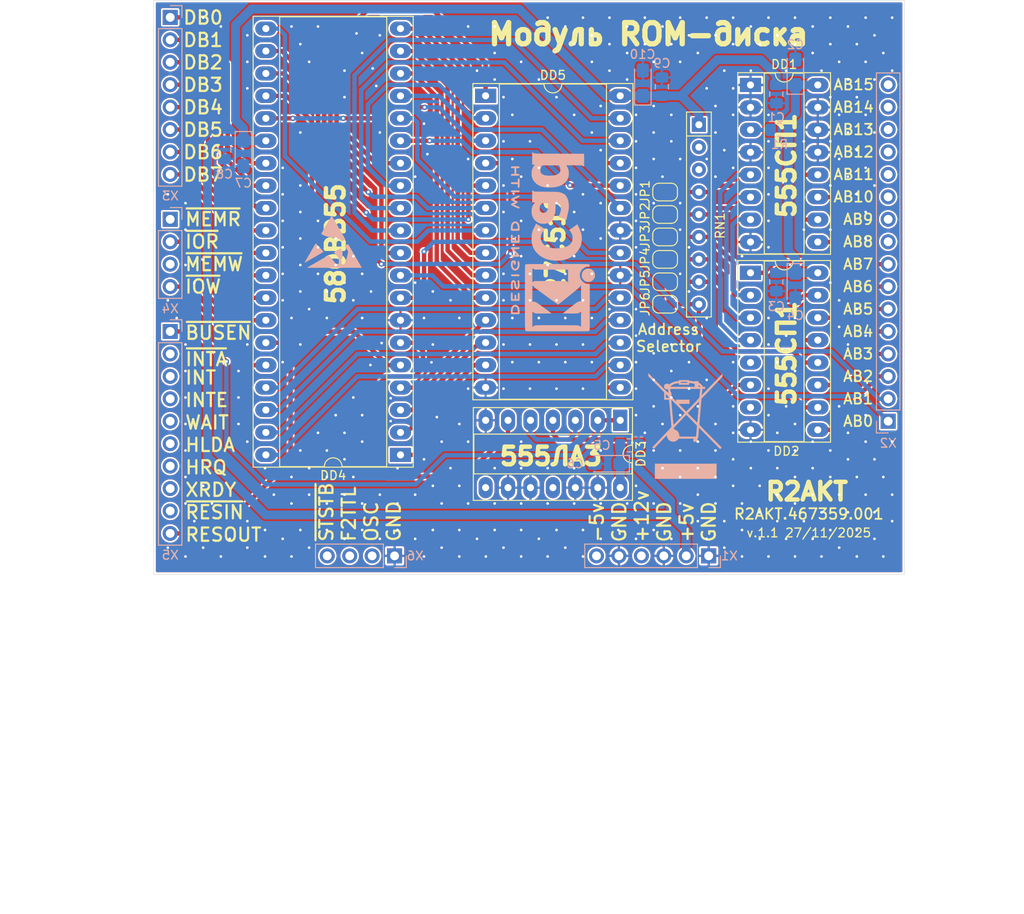
<source format=kicad_pcb>
(kicad_pcb (version 20240108) (generator "pcbnew") (generator_version "8.0")
  (title_block (title "Модуль ROM-диска") (date "2025-11-27") (company "R2AKT") (comment 1 "R2AKT.467359.001") (comment 2 "R2AKT"))
  (layers (0 "F.Cu" signal) (31 "B.Cu" signal) (34 "B.Paste" user) (35 "F.Paste" user) (36 "B.SilkS" user "B.Silkscreen") (37 "F.SilkS" user "F.Silkscreen") (38 "B.Mask" user) (39 "F.Mask" user) (44 "Edge.Cuts" user))
  (net 0 "")
  (net 1 "GND")
  (net 2 "+5")
  (net 3 "/RD_DB2")
  (net 4 "/RD_AB7")
  (net 5 "/AB3")
  (net 6 "/AB1")
  (net 7 "/AB7")
  (net 8 "/AB10")
  (net 9 "/AB6")
  (net 10 "/AB2")
  (net 11 "/AB0")
  (net 12 "/AB5")
  (net 13 "/~{MEMR}")
  (net 14 "/AB9")
  (net 15 "/AB4")
  (net 16 "/AB8")
  (net 17 "/~{MEMW}")
  (net 18 "/DB1")
  (net 19 "/DB2")
  (net 20 "/DB5")
  (net 21 "/DB6")
  (net 22 "/DB4")
  (net 23 "/DB3")
  (net 24 "/DB0")
  (net 25 "/DB7")
  (net 26 "/AB12")
  (net 27 "/AB15")
  (net 28 "/AB13")
  (net 29 "/AB14")
  (net 30 "/AB11")
  (net 31 "-5")
  (net 32 "+12")
  (net 33 "/~{IOR}")
  (net 34 "/~{IOW}")
  (net 35 "/~{RESIN}")
  (net 36 "/~{INTA}")
  (net 37 "/HRQ")
  (net 38 "/HLDA")
  (net 39 "/WAIT")
  (net 40 "/XRDY")
  (net 41 "/RESOUT")
  (net 42 "/~{BUSEN}")
  (net 43 "/INT")
  (net 44 "/INTE")
  (net 45 "/Single_OSC_TTL")
  (net 46 "/Single_BCLK")
  (net 47 "/~{STSTB}")
  (net 48 "/~{PPI_CS}")
  (net 49 "/RD_AB3")
  (net 50 "/RD_DB1")
  (net 51 "/RD_AB15")
  (net 52 "/RD_AB5")
  (net 53 "/RD_AB12")
  (net 54 "/RD_DB6")
  (net 55 "/RD_AB1")
  (net 56 "/RD_AB0")
  (net 57 "/RD_DB4")
  (net 58 "/RD_DB0")
  (net 59 "/RD_AB14")
  (net 60 "/RD_DB5")
  (net 61 "/RD_AB11")
  (net 62 "/RD_AB8")
  (net 63 "/RD_AB2")
  (net 64 "/RD_AB13")
  (net 65 "/RD_AB6")
  (net 66 "/RD_DB3")
  (net 67 "/RD_AB10")
  (net 68 "/RD_DB7")
  (net 69 "/RD_AB4")
  (net 70 "/RD_AB9")
  (net 73 "Net-(DD1-A0)")
  (net 74 "Net-(DD1-Oa>b)")
  (net 75 "Net-(DD1-A1)")
  (net 76 "Net-(DD1-Oa=b)")
  (net 77 "Net-(DD1-Oa<b)")
  (net 78 "Net-(DD1-Ia=b)")
  (net 79 "Net-(DD2-A2)")
  (net 81 "Net-(DD2-A1)")
  (net 82 "Net-(DD2-A3)")
  (net 83 "Net-(DD2-A0)")
  (net 84 "Net-(DD2-Oa=b)")
  (net 86 "Net-(DD3-Pad3)")
  (footprint "Package_DIP:DIP-40_W15.24mm_Socket_LongPads" (layer "F.Cu") (at 96.7736 130.6189 180)
    (property "Reference" "DD4")
    (property "Value" "580ВВ55A (8255A)")
  )
  (footprint "Package_DIP:DIP-28_W15.24mm_Socket_LongPads" (layer "F.Cu") (at 106.4091 89.9689)
    (property "Reference" "DD5")
    (property "Value" "27C512")
  )
  (footprint "Jumper:SolderJumper-2_P1.3mm_Open_RoundedPad1.0x1.5mm" (layer "F.Cu") (at 126.7306 103.4034)
    (property "Reference" "JP2")
    (property "Value" "~{A6}")
  )
  (footprint "Package_DIP:DIP-16_W7.62mm_Socket_LongPads" (layer "F.Cu") (at 136.3976 110.0074)
    (property "Reference" "DD2")
    (property "Value" "555СП1 (74LS85)")
  )
  (footprint "Resistor_THT:R_Array_SIP9" (layer "F.Cu") (at 130.5556 93.2434 -90)
    (property "Reference" "RN1")
    (property "Value" "1k")
  )
  (footprint "Jumper:SolderJumper-2_P1.3mm_Open_RoundedPad1.0x1.5mm" (layer "F.Cu") (at 126.7306 108.4834)
    (property "Reference" "JP4")
    (property "Value" "~{A4}")
  )
  (footprint "Jumper:SolderJumper-2_P1.3mm_Open_RoundedPad1.0x1.5mm" (layer "F.Cu") (at 126.7306 113.5634)
    (property "Reference" "JP6")
    (property "Value" "~{A2}")
  )
  (footprint "Jumper:SolderJumper-2_P1.3mm_Open_RoundedPad1.0x1.5mm" (layer "F.Cu") (at 126.7306 105.9434)
    (property "Reference" "JP3")
    (property "Value" "~{A5}")
  )
  (footprint "Jumper:SolderJumper-2_P1.3mm_Open_RoundedPad1.0x1.5mm" (layer "F.Cu") (at 126.7306 100.8634)
    (property "Reference" "JP1")
    (property "Value" "~{A7}")
  )
  (footprint "Package_DIP:DIP-16_W7.62mm_Socket_LongPads" (layer "F.Cu") (at 136.3976 88.74)
    (property "Reference" "DD1")
    (property "Value" "555СП1 (74LS85)")
  )
  (footprint "Package_DIP:DIP-14_W7.62mm_Socket_LongPads" (layer "F.Cu") (at 121.6491 126.7052 -90)
    (property "Reference" "DD3")
    (property "Value" "К555ЛА3 (74LS00)")
  )
  (footprint "Jumper:SolderJumper-2_P1.3mm_Open_RoundedPad1.0x1.5mm" (layer "F.Cu") (at 126.7306 111.0234)
    (property "Reference" "JP5")
    (property "Value" "~{A3}")
  )
  (footprint "Connector_PinHeader_2.54mm:PinHeader_1x08_P2.54mm_Vertical" (layer "B.Cu") (at 70.7036 81.0889 180)
    (property "Reference" "X3")
    (property "Value" "Data")
  )
  (footprint "Capacitor_Tantalum_SMD:CP_EIA-3216-18_Kemet-A_Pad1.58x1.35mm_HandSolder" (layer "B.Cu") (at 141.4776 111.4449 -90)
    (property "Reference" "C4")
    (property "Value" "1u")
  )
  (footprint "Connector_PinHeader_2.54mm:PinHeader_1x10_P2.54mm_Vertical" (layer "B.Cu") (at 70.7036 116.6489 180)
    (property "Reference" "X5")
    (property "Value" "Control")
  )
  (footprint "Capacitor_SMD:C_0805_2012Metric_Pad1.18x1.45mm_HandSolder" (layer "B.Cu") (at 139.3186 111.0449 -90)
    (property "Reference" "C3")
    (property "Value" "100n")
  )
  (footprint "Capacitor_SMD:C_0805_2012Metric_Pad1.18x1.45mm_HandSolder" (layer "B.Cu") (at 76.8346 96.0964 -90)
    (property "Reference" "C8")
    (property "Value" "100n")
  )
  (footprint "Symbol:WEEE-Logo_8.4x12mm_SilkScreen" (layer "B.Cu") (at 129.040801 127.3556 180)
    (property "Reference" "REF**" (hide yes))
    (property "Value" "WEEE-Logo_8.4x12mm_SilkScreen" (hide yes))
  )
  (footprint "Capacitor_Tantalum_SMD:CP_EIA-3216-18_Kemet-A_Pad1.58x1.35mm_HandSolder" (layer "B.Cu") (at 78.9936 96.4964 -90)
    (property "Reference" "C7")
    (property "Value" "1u")
  )
  (footprint "Symbol:KiCad-Logo2_8mm_SilkScreen" (layer "B.Cu") (at 114.857676 106.503793 90)
    (property "Reference" "REF**" (hide yes))
    (property "Value" "KiCad-Logo2_8mm_SilkScreen" (hide yes))
  )
  (footprint "Resistor_SMD:R_0805_2012Metric_Pad1.20x1.40mm_HandSolder" (layer "B.Cu") (at 139.6836 93.82)
    (property "Reference" "R1")
    (property "Value" "1k")
  )
  (footprint "Capacitor_SMD:C_0805_2012Metric_Pad1.18x1.45mm_HandSolder" (layer "B.Cu") (at 122.6816 129.54)
    (property "Reference" "C5")
    (property "Value" "100n")
  )
  (footprint "Capacitor_SMD:C_0805_2012Metric_Pad1.18x1.45mm_HandSolder" (layer "B.Cu") (at 126.3646 88.9314 90)
    (property "Reference" "C9")
    (property "Value" "100n")
  )
  (footprint "Capacitor_Tantalum_SMD:CP_EIA-3216-18_Kemet-A_Pad1.58x1.35mm_HandSolder" (layer "B.Cu") (at 141.4776 87.3025 90)
    (property "Reference" "C2")
    (property "Value" "1u")
  )
  (footprint "Connector_PinHeader_2.54mm:PinHeader_1x04_P2.54mm_Vertical" (layer "B.Cu") (at 96.1036 142.0489 90)
    (property "Reference" "X6")
    (property "Value" "Clock")
  )
  (footprint "Capacitor_Tantalum_SMD:CP_EIA-3216-18_Kemet-A_Pad1.58x1.35mm_HandSolder" (layer "B.Cu") (at 124.2056 88.5314 90)
    (property "Reference" "C10")
    (property "Value" "1u")
  )
  (footprint "Connector_PinHeader_2.54mm:PinHeader_1x16_P2.54mm_Vertical" (layer "B.Cu") (at 151.9836 126.8089)
    (property "Reference" "X2")
    (property "Value" "Address")
  )
  (footprint "Capacitor_Tantalum_SMD:CP_EIA-3216-18_Kemet-A_Pad1.58x1.35mm_HandSolder" (layer "B.Cu") (at 120.2066 131.6228 180)
    (property "Reference" "C6")
    (property "Value" "1u")
  )
  (footprint "Symbol:ESD-Logo_6.6x6mm_SilkScreen" (layer "B.Cu") (at 89.140361 106.478412 180)
    (property "Reference" "REF**" (hide yes))
    (property "Value" "ESD-Logo_6.6x6mm_SilkScreen" (hide yes))
  )
  (footprint "Connector_PinHeader_2.54mm:PinHeader_1x06_P2.54mm_Vertical" (layer "B.Cu") (at 131.6636 142.0489 90)
    (property "Reference" "X1")
    (property "Value" "Power")
  )
  (footprint "Connector_PinHeader_2.54mm:PinHeader_1x04_P2.54mm_Vertical" (layer "B.Cu") (at 70.7036 103.9489 180)
    (property "Reference" "X4")
    (property "Value" "Mode")
  )
  (footprint "Capacitor_SMD:C_0805_2012Metric_Pad1.18x1.45mm_HandSolder" (layer "B.Cu") (at 139.3186 89.7775 -90)
    (property "Reference" "C1")
    (property "Value" "100n")
  )
  (gr_rect (start 68.8336 79.1464) (end 153.8336 144.1464) (stroke (width 0.05)) (fill none) (layer "Edge.Cuts"))
  (gr_text "AB1" (at 148.5896 124.2689 0) (layer "F.SilkS") (effects (font (size 1.2 1.2) (thickness 0.2) (bold yes))))
  (gr_text "~{INTA}" (at 74.801886 119.796714 -0) (layer "F.SilkS") (effects (font (size 1.5 1.5) (thickness 0.25) (bold yes))))
  (gr_text "AB2" (at 148.5896 121.7289 0) (layer "F.SilkS") (effects (font (size 1.2 1.2) (thickness 0.2) (bold yes))))
  (gr_text "555ЛА3" (at 107.759814 131.9577 0) (layer "F.SilkS") (effects (font (size 2 2) (thickness 0.5) (bold yes)) (justify left bottom)))
  (gr_text "AB13" (at 148.0816 93.7889 0) (layer "F.SilkS") (effects (font (size 1.2 1.2) (thickness 0.2) (bold yes))))
  (gr_text "DB5" (at 74.4216 93.8164 -0) (layer "F.SilkS") (effects (font (size 1.5 1.5) (thickness 0.25) (bold yes))))
  (gr_text "AB7" (at 148.5896 109.0289 0) (layer "F.SilkS") (effects (font (size 1.2 1.2) (thickness 0.2) (bold yes))))
  (gr_text "Модуль ROM-диска" (at 124.8406 84.4042 0) (layer "F.SilkS") (effects (font (size 2.4 2.4) (thickness 0.6) (bold yes)) (justify bottom)))
  (gr_text "AB9" (at 148.5896 103.9489 0) (layer "F.SilkS") (effects (font (size 1.2 1.2) (thickness 0.2) (bold yes))))
  (gr_text "DB3" (at 74.4216 88.7364 -0) (layer "F.SilkS") (effects (font (size 1.5 1.5) (thickness 0.25) (bold yes))))
  (gr_text "~{MEMW}" (at 75.671743 109.0289 0) (layer "F.SilkS") (effects (font (size 1.5 1.5) (thickness 0.25) (bold yes))))
  (gr_text "DB1" (at 74.4216 83.6564 -0) (layer "F.SilkS") (effects (font (size 1.5 1.5) (thickness 0.25) (bold yes))))
  (gr_text "AB11" (at 148.0816 98.8689 0) (layer "F.SilkS") (effects (font (size 1.2 1.2) (thickness 0.2) (bold yes))))
  (gr_text "HRQ" (at 74.766172 132.038014 -0) (layer "F.SilkS") (effects (font (size 1.5 1.5) (thickness 0.25) (bold yes))))
  (gr_text "AB12" (at 148.0816 96.3289 0) (layer "F.SilkS") (effects (font (size 1.2 1.2) (thickness 0.2) (bold yes))))
  (gr_text "DB0" (at 74.4216 81.1164 -0) (layer "F.SilkS") (effects (font (size 1.5 1.5) (thickness 0.25) (bold yes))))
  (gr_text "HLDA" (at 75.230457 129.498014 -0) (layer "F.SilkS") (effects (font (size 1.5 1.5) (thickness 0.25) (bold yes))))
  (gr_text "555СП1" (at 141.6501 104.047143 90) (layer "F.SilkS") (effects (font (size 2 2) (thickness 0.5) (bold yes)) (justify left bottom)))
  (gr_text "~{IOR}" (at 74.3146 106.4889 0) (layer "F.SilkS") (effects (font (size 1.5 1.5) (thickness 0.25) (bold yes))))
  (gr_text "GND" (at 131.6832 138.200314 90) (layer "F.SilkS") (effects (font (size 1.5 1.5) (thickness 0.25) (bold yes))))
  (gr_text "GND" (at 126.6282 138.200314 90) (layer "F.SilkS") (effects (font (size 1.5 1.5) (thickness 0.25) (bold yes))))
  (gr_text "AB6" (at 148.5896 111.5689 0) (layer "F.SilkS") (effects (font (size 1.2 1.2) (thickness 0.2) (bold yes))))
  (gr_text "RESOUT" (at 76.730457 139.658014 -0) (layer "F.SilkS") (effects (font (size 1.5 1.5) (thickness 0.25) (bold yes))))
  (gr_text "~{RESIN}" (at 75.730457 137.118014 -0) (layer "F.SilkS") (effects (font (size 1.5 1.5) (thickness 0.25) (bold yes))))
  (gr_text "AB14" (at 148.0816 91.2489 0) (layer "F.SilkS") (effects (font (size 1.2 1.2) (thickness 0.2) (bold yes))))
  (gr_text "+5v" (at 129.1682 138.271743 90) (layer "F.SilkS") (effects (font (size 1.5 1.5) (thickness 0.25) (bold yes))))
  (gr_text "~{MEMR}" (at 75.5646 103.9489 0) (layer "F.SilkS") (effects (font (size 1.5 1.5) (thickness 0.25) (bold yes))))
  (gr_text "AB4" (at 148.5896 116.6489 0) (layer "F.SilkS") (effects (font (size 1.2 1.2) (thickness 0.2) (bold yes))))
  (gr_text "AB3" (at 148.5896 119.1889 0) (layer "F.SilkS") (effects (font (size 1.2 1.2) (thickness 0.2) (bold yes))))
  (gr_text "GND" (at 121.5482 138.200314 90) (layer "F.SilkS") (effects (font (size 1.5 1.5) (thickness 0.25) (bold yes))))
  (gr_text "555СП1" (at 141.6501 125.314543 90) (layer "F.SilkS") (effects (font (size 2 2) (thickness 0.5) (bold yes)) (justify left bottom)))
  (gr_text "AB8" (at 148.5896 106.4889 0) (layer "F.SilkS") (effects (font (size 1.2 1.2) (thickness 0.2) (bold yes))))
  (gr_text "DB6" (at 74.4216 96.3564 -0) (layer "F.SilkS") (effects (font (size 1.5 1.5) (thickness 0.25) (bold yes))))
  (gr_text "INTE" (at 74.8376 124.418014 -0) (layer "F.SilkS") (effects (font (size 1.5 1.5) (thickness 0.25) (bold yes))))
  (gr_text "AB15" (at 148.0816 88.7089 0) (layer "F.SilkS") (effects (font (size 1.2 1.2) (thickness 0.2) (bold yes))))
  (gr_text "R2AKT.467359.001" (at 143.0016 137.3124 0) (layer "F.SilkS") (effects (font (size 1.2 1.2) (thickness 0.2) (bold yes))))
  (gr_text "v.1.1 27/11/2025" (at 143.001601 139.446 0) (layer "F.SilkS") (effects (font (size 1 1))))
  (gr_text "R2AKT" (at 137.880172 135.9408 0) (layer "F.SilkS") (effects (font (size 2 2) (thickness 0.5) (bold yes)) (justify left bottom)))
  (gr_text "AB5" (at 148.5896 114.1089 0) (layer "F.SilkS") (effects (font (size 1.2 1.2) (thickness 0.2) (bold yes))))
  (gr_text "DB4" (at 74.4216 91.2764 -0) (layer "F.SilkS") (effects (font (size 1.5 1.5) (thickness 0.25) (bold yes))))
  (gr_text "~{IOW}" (at 74.421743 111.5689 0) (layer "F.SilkS") (effects (font (size 1.5 1.5) (thickness 0.25) (bold yes))))
  (gr_text "-5v" (at 119.0082 138.271743 90) (layer "F.SilkS") (effects (font (size 1.5 1.5) (thickness 0.25) (bold yes))))
  (gr_text "OSC" (at 93.4716 138.169542 90) (layer "F.SilkS") (effects (font (size 1.5 1.5) (thickness 0.25) (bold yes))))
  (gr_text "~{STSTB}" (at 88.3916 137.098114 90) (layer "F.SilkS") (effects (font (size 1.5 1.5) (thickness 0.25) (bold yes))))
  (gr_text "Address\nSelector" (at 127.1266 117.3734 0) (layer "F.SilkS") (effects (font (size 1.2 1.2) (thickness 0.2) (bold yes))))
  (gr_text "DB2" (at 74.4216 86.1964 -0) (layer "F.SilkS") (effects (font (size 1.5 1.5) (thickness 0.25) (bold yes))))
  (gr_text "27C512" (at 115.4866 112.805805 90) (layer "F.SilkS") (effects (font (size 2 2) (thickness 0.5) (bold yes)) (justify left bottom)))
  (gr_text "+12v" (at 124.0882 137.557457 90) (layer "F.SilkS") (effects (font (size 1.5 1.5) (thickness 0.25) (bold yes))))
  (gr_text "~{BUSEN}" (at 76.159029 116.798014 -0) (layer "F.SilkS") (effects (font (size 1.5 1.5) (thickness 0.25) (bold yes))))
  (gr_text "AB10" (at 148.0816 101.4089 0) (layer "F.SilkS") (effects (font (size 1.2 1.2) (thickness 0.2) (bold yes))))
  (gr_text "GND" (at 96.0116 138.133828 90) (layer "F.SilkS") (effects (font (size 1.5 1.5) (thickness 0.25) (bold yes))))
  (gr_text "F2TTL" (at 90.9316 137.3124 90) (layer "F.SilkS") (effects (font (size 1.5 1.5) (thickness 0.25) (bold yes))))
  (gr_text "DB7" (at 74.4216 98.8964 -0) (layer "F.SilkS") (effects (font (size 1.5 1.5) (thickness 0.25) (bold yes))))
  (gr_text "580ВВ55" (at 90.6011 113.805805 90) (layer "F.SilkS") (effects (font (size 2 2) (thickness 0.5) (bold yes)) (justify left bottom)))
  (gr_text "AB0" (at 148.5896 126.8089 0) (layer "F.SilkS") (effects (font (size 1.2 1.2) (thickness 0.2) (bold yes))))
  (gr_text "XRDY" (at 75.301885 134.578014 -0) (layer "F.SilkS") (effects (font (size 1.5 1.5) (thickness 0.25) (bold yes))))
  (gr_text "INT" (at 74.159029 121.878014 -0) (layer "F.SilkS") (effects (font (size 1.5 1.5) (thickness 0.25) (bold yes))))
  (gr_text "WAIT" (at 74.873314 126.958014 -0) (layer "F.SilkS") (effects (font (size 1.5 1.5) (thickness 0.25) (bold yes))))
  (via (at 72.4346 102.1214) (size 0.6) (drill 0.3) (layers "F.Cu" "B.Cu") (net 1))
  (via (at 140.4346 87.1214) (size 0.6) (drill 0.3) (layers "F.Cu" "B.Cu") (net 1))
  (via (at 128.4346 126.1214) (size 0.6) (drill 0.3) (layers "F.Cu" "B.Cu") (net 1))
  (via (at 98.4346 140.1214) (size 0.6) (drill 0.3) (layers "F.Cu" "B.Cu") (net 1))
  (via (at 72.4346 118.1214) (size 0.6) (drill 0.3) (layers "F.Cu" "B.Cu") (net 1))
  (via (at 72.4346 136.1214) (size 0.6) (drill 0.3) (layers "F.Cu" "B.Cu") (net 1))
  (via (at 123.4346 114.1214) (size 0.6) (drill 0.3) (layers "F.Cu" "B.Cu") (net 1))
  (via (at 143.4346 85.1214) (size 0.6) (drill 0.3) (layers "F.Cu" "B.Cu") (net 1))
  (via (at 79.4346 83.1214) (size 0.6) (drill 0.3) (layers "F.Cu" "B.Cu") (net 1))
  (via (at 132.4346 91.1214) (size 0.6) (drill 0.3) (layers "F.Cu" "B.Cu") (net 1))
  (via (at 148.4346 142.1214) (size 0.6) (drill 0.3) (layers "F.Cu" "B.Cu") (net 1))
  (via (at 88.4346 112.1214) (size 0.6) (drill 0.3) (layers "F.Cu" "B.Cu") (net 1))
  (via (at 146.4346 135.1214) (size 0.6) (drill 0.3) (layers "F.Cu" "B.Cu") (net 1))
  (via (at 108.4346 90.1214) (size 0.6) (drill 0.3) (layers "F.Cu" "B.Cu") (net 1))
  (via (at 126.4346 132.1214) (size 0.6) (drill 0.3) (layers "F.Cu" "B.Cu") (net 1))
  (via (at 141.4346 136.1214) (size 0.6) (drill 0.3) (layers "F.Cu" "B.Cu") (net 1))
  (via (at 147.4346 94.1214) (size 0.6) (drill 0.3) (layers "F.Cu" "B.Cu") (net 1))
  (via (at 142.4346 105.1214) (size 0.6) (drill 0.3) (layers "F.Cu" "B.Cu") (net 1))
  (via (at 112.4346 98.1214) (size 0.6) (drill 0.3) (layers "F.Cu" "B.Cu") (net 1))
  (via (at 118.4346 86.1214) (size 0.6) (drill 0.3) (layers "F.Cu" "B.Cu") (net 1))
  (via (at 150.4346 94.1214) (size 0.6) (drill 0.3) (layers "F.Cu" "B.Cu") (net 1))
  (via (at 138.4346 130.1214) (size 0.6) (drill 0.3) (layers "F.Cu" "B.Cu") (net 1))
  (via (at 78.4346 127.1214) (size 0.6) (drill 0.3) (layers "F.Cu" "B.Cu") (net 1))
  (via (at 147.4346 82.1214) (size 0.6) (drill 0.3) (layers "F.Cu" "B.Cu") (net 1))
  (via (at 132.4346 130.1214) (size 0.6) (drill 0.3) (layers "F.Cu" "B.Cu") (net 1))
  (via (at 125.4346 97.1214) (size 0.6) (drill 0.3) (layers "F.Cu" "B.Cu") (net 1))
  (via (at 87.4346 104.1214) (size 0.6) (drill 0.3) (layers "F.Cu" "B.Cu") (net 1))
  (via (at 82.4346 135.1214) (size 0.6) (drill 0.3) (layers "F.Cu" "B.Cu") (net 1))
  (via (at 75.4346 136.1214) (size 0.6) (drill 0.3) (layers "F.Cu" "B.Cu") (net 1))
  (via (at 90.4346 87.1214) (size 0.6) (drill 0.3) (layers "F.Cu" "B.Cu") (net 1))
  (via (at 100.4346 118.1214) (size 0.6) (drill 0.3) (layers "F.Cu" "B.Cu") (net 1))
  (via (at 127.4346 140.1214) (size 0.6) (drill 0.3) (layers "F.Cu" "B.Cu") (net 1))
  (via (at 108.4346 113.1214) (size 0.6) (drill 0.3) (layers "F.Cu" "B.Cu") (net 1))
  (via (at 90.4346 131.1214) (size 0.6) (drill 0.3) (layers "F.Cu" "B.Cu") (net 1))
  (via (at 113.4346 100.1214) (size 0.6) (drill 0.3) (layers "F.Cu" "B.Cu") (net 1))
  (via (at 106.4346 142.1214) (size 0.6) (drill 0.3) (layers "F.Cu" "B.Cu") (net 1))
  (via (at 73.4346 111.1214) (size 0.6) (drill 0.3) (layers "F.Cu" "B.Cu") (net 1))
  (via (at 125.4346 136.1214) (size 0.6) (drill 0.3) (layers "F.Cu" "B.Cu") (net 1))
  (via (at 149.4346 98.1214) (size 0.6) (drill 0.3) (layers "F.Cu" "B.Cu") (net 1))
  (via (at 118.4346 110.1214) (size 0.6) (drill 0.3) (layers "F.Cu" "B.Cu") (net 1))
  (via (at 125.4346 139.1214) (size 0.6) (drill 0.3) (layers "F.Cu" "B.Cu") (net 1))
  (via (at 96.4346 139.1214) (size 0.6) (drill 0.3) (layers "F.Cu" "B.Cu") (net 1))
  (via (at 123.4346 107.1214) (size 0.6) (drill 0.3) (layers "F.Cu" "B.Cu") (net 1))
  (via (at 114.4346 102.1214) (size 0.6) (drill 0.3) (layers "F.Cu" "B.Cu") (net 1))
  (via (at 127.4346 92.1214) (size 0.6) (drill 0.3) (layers "F.Cu" "B.Cu") (net 1))
  (via (at 148.4346 84.1214) (size 0.6) (drill 0.3) (layers "F.Cu" "B.Cu") (net 1))
  (via (at 110.4346 139.1214) (size 0.6) (drill 0.3) (layers "F.Cu" "B.Cu") (net 1))
  (via (at 145.4346 133.1214) (size 0.6) (drill 0.3) (layers "F.Cu" "B.Cu") (net 1))
  (via (at 140.4346 140.1214) (size 0.6) (drill 0.3) (layers "F.Cu" "B.Cu") (net 1))
  (via (at 93.37 120.4468) (size 0.6) (drill 0.3) (layers "F.Cu" "B.Cu") (net 1))
  (via (at 136.4346 129.1214) (size 0.6) (drill 0.3) (layers "F.Cu" "B.Cu") (net 1))
  (via (at 148.4346 114.1214) (size 0.6) (drill 0.3) (layers "F.Cu" "B.Cu") (net 1))
  (via (at 118.4346 120.1214) (size 0.6) (drill 0.3) (layers "F.Cu" "B.Cu") (net 1))
  (via (at 89.4346 106.1214) (size 0.6) (drill 0.3) (layers "F.Cu" "B.Cu") (net 1))
  (via (at 131.4346 89.1214) (size 0.6) (drill 0.3) (layers "F.Cu" "B.Cu") (net 1))
  (via (at 92.4346 126.1214) (size 0.6) (drill 0.3) (layers "F.Cu" "B.Cu") (net 1))
  (via (at 109.4346 120.1214) (size 0.6) (drill 0.3) (layers "F.Cu" "B.Cu") (net 1))
  (via (at 91.4346 133.1214) (size 0.6) (drill 0.3) (layers "F.Cu" "B.Cu") (net 1))
  (via (at 92.4346 85.1214) (size 0.6) (drill 0.3) (layers "F.Cu" "B.Cu") (net 1))
  (via (at 148.4346 139.1214) (size 0.6) (drill 0.3) (layers "F.Cu" "B.Cu") (net 1))
  (via (at 130.4346 129.1214) (size 0.6) (drill 0.3) (layers "F.Cu" "B.Cu") (net 1))
  (via (at 143.4346 140.1214) (size 0.6) (drill 0.3) (layers "F.Cu" "B.Cu") (net 1))
  (via (at 129.4346 83.1214) (size 0.6) (drill 0.3) (layers "F.Cu" "B.Cu") (net 1))
  (via (at 116.4346 136.1214) (size 0.6) (drill 0.3) (layers "F.Cu" "B.Cu") (net 1))
  (via (at 113.4346 109.1214) (size 0.6) (drill 0.3) (layers "F.Cu" "B.Cu") (net 1))
  (via (at 133.4346 96.1214) (size 0.6) (drill 0.3) (layers "F.Cu" "B.Cu") (net 1))
  (via (at 125.4346 125.1214) (size 0.6) (drill 0.3) (layers "F.Cu" "B.Cu") (net 1))
  (via (at 134.4346 89.1214) (size 0.6) (drill 0.3) (layers "F.Cu" "B.Cu") (net 1))
  (via (at 138.4346 101.1214) (size 0.6) (drill 0.3) (layers "F.Cu" "B.Cu") (net 1))
  (via (at 74.4346 141.1214) (size 0.6) (drill 0.3) (layers "F.Cu" "B.Cu") (net 1))
  (via (at 138.4346 92.1214) (size 0.6) (drill 0.3) (layers "F.Cu" "B.Cu") (net 1))
  (via (at 83.4346 107.1214) (size 0.6) (drill 0.3) (layers "F.Cu" "B.Cu") (net 1))
  (via (at 152.4346 129.1214) (size 0.6) (drill 0.3) (layers "F.Cu" "B.Cu") (net 1))
  (via (at 128.4346 110.1214) (size 0.6) (drill 0.3) (layers "F.Cu" "B.Cu") (net 1))
  (via (at 83.4346 140.1214) (size 0.6) (drill 0.3) (layers "F.Cu" "B.Cu") (net 1))
  (via (at 99.4346 115.1214) (size 0.6) (drill 0.3) (layers "F.Cu" "B.Cu") (net 1))
  (via (at 127.4346 95.1214) (size 0.6) (drill 0.3) (layers "F.Cu" "B.Cu") (net 1))
  (via (at 111.4346 95.1214) (size 0.6) (drill 0.3) (layers "F.Cu" "B.Cu") (net 1))
  (via (at 149.4346 129.1214) (size 0.6) (drill 0.3) (layers "F.Cu" "B.Cu") (net 1))
  (via (at 79.4346 129.1214) (size 0.6) (drill 0.3) (layers "F.Cu" "B.Cu") (net 1))
  (via (at 91.4346 124.1214) (size 0.6) (drill 0.3) (layers "F.Cu" "B.Cu") (net 1))
  (via (at 116.4346 132.1214) (size 0.6) (drill 0.3) (layers "F.Cu" "B.Cu") (net 1))
  (via (at 138.4346 98.1214) (size 0.6) (drill 0.3) (layers "F.Cu" "B.Cu") (net 1))
  (via (at 100.4346 112.1214) (size 0.6) (drill 0.3) (layers "F.Cu" "B.Cu") (net 1))
  (via (at 136.4346 132.1214) (size 0.6) (drill 0.3) (layers "F.Cu" "B.Cu") (net 1))
  (via (at 147.4346 118.1214) (size 0.6) (drill 0.3) (layers "F.Cu" "B.Cu") (net 1))
  (via (at 107.4346 82.1214) (size 0.6) (drill 0.3) (layers "F.Cu" "B.Cu") (net 1))
  (via (at 113.4346 132.1214) (size 0.6) (drill 0.3) (layers "F.Cu" "B.Cu") (net 1))
  (via (at 110.4346 99.1214) (size 0.6) (drill 0.3) (layers "F.Cu" "B.Cu") (net 1))
  (via (at 102.4346 113.1214) (size 0.6) (drill 0.3) (layers "F.Cu" "B.Cu") (net 1))
  (via (at 100.4346 134.1214) (size 0.6) (drill 0.3) (layers "F.Cu" "B.Cu") (net 1))
  (via (at 139.4346 128.1214) (size 0.6) (drill 0.3) (layers "F.Cu" "B.Cu") (net 1))
  (via (at 128.4346 86.1214) (size 0.6) (drill 0.3) (layers "F.Cu" "B.Cu") (net 1))
  (via (at 116.4346 84.1214) (size 0.6) (drill 0.3) (layers "F.Cu" "B.Cu") (net 1))
  (via (at 72.4346 109.1214) (size 0.6) (drill 0.3) (layers "F.Cu" "B.Cu") (net 1))
  (via (at 112.4346 120.1214) (size 0.6) (drill 0.3) (layers "F.Cu" "B.Cu") (net 1))
  (via (at 109.4346 115.1214) (size 0.6) (drill 0.3) (layers "F.Cu" "B.Cu") (net 1))
  (via (at 109.4346 92.1214) (size 0.6) (drill 0.3) (layers "F.Cu" "B.Cu") (net 1))
  (via (at 103.4346 142.1214) (size 0.6) (drill 0.3) (layers "F.Cu" "B.Cu") (net 1))
  (via (at 122.4346 85.1214) (size 0.6) (drill 0.3) (layers "F.Cu" "B.Cu") (net 1))
  (via (at 114.4346 139.1214) (size 0.6) (drill 0.3) (layers "F.Cu" "B.Cu") (net 1))
  (via (at 109.4346 97.1214) (size 0.6) (drill 0.3) (layers "F.Cu" "B.Cu") (net 1))
  (via (at 132.4346 127.1214) (size 0.6) (drill 0.3) (layers "F.Cu" "B.Cu") (net 1))
  (via (at 134.4346 128.1214) (size 0.6) (drill 0.3) (layers "F.Cu" "B.Cu") (net 1))
  (via (at 93.624 86.868) (size 0.6) (drill 0.3) (layers "F.Cu" "B.Cu") (net 1))
  (via (at 81.4346 139.1214) (size 0.6) (drill 0.3) (layers "F.Cu" "B.Cu") (net 1))
  (via (at 115.4346 120.1214) (size 0.6) (drill 0.3) (layers "F.Cu" "B.Cu") (net 1))
  (via (at 133.4346 141.1214) (size 0.6) (drill 0.3) (layers "F.Cu" "B.Cu") (net 1))
  (via (at 134.4346 81.1214) (size 0.6) (drill 0.3) (layers "F.Cu" "B.Cu") (net 1))
  (via (at 111.4346 110.1214) (size 0.6) (drill 0.3) (layers "F.Cu" "B.Cu") (net 1))
  (via (at 147.4346 88.1214) (size 0.6) (drill 0.3) (layers "F.Cu" "B.Cu") (net 1))
  (via (at 133.4346 138.1214) (size 0.6) (drill 0.3) (layers "F.Cu" "B.Cu") (net 1))
  (via (at 128.4346 133.1214) (size 0.6) (drill 0.3) (layers "F.Cu" "B.Cu") (net 1))
  (via (at 122.4346 136.1214) (size 0.6) (drill 0.3) (layers "F.Cu" "B.Cu") (net 1))
  (via (at 84.4346 133.1214) (size 0.6) (drill 0.3) (layers "F.Cu" "B.Cu") (net 1))
  (via (at 114.4346 113.1214) (size 0.6) (drill 0.3) (layers "F.Cu" "B.Cu") (net 1))
  (via (at 99.4346 142.1214) (size 0.6) (drill 0.3) (layers "F.Cu" "B.Cu") (net 1))
  (via (at 113.4346 81.1214) (size 0.6) (drill 0.3) (layers "F.Cu" "B.Cu") (net 1))
  (via (at 127.4346 124.1214) (size 0.6) (drill 0.3) (layers "F.Cu" "B.Cu") (net 1))
  (via (at 138.4346 81.1214) (size 0.6) (drill 0.3) (layers "F.Cu" "B.Cu") (net 1))
  (via (at 146.4346 92.1214) (size 0.6) (drill 0.3) (layers "F.Cu" "B.Cu") (net 1))
  (via (at 72.4346 133.1214) (size 0.6) (drill 0.3) (layers "F.Cu" "B.Cu") (net 1))
  (via (at 110.4346 142.1214) (size 0.6) (drill 0.3) (layers "F.Cu" "B.Cu") (net 1))
  (via (at 134.4346 92.1214) (size 0.6) (drill 0.3) (layers "F.Cu" "B.Cu") (net 1))
  (via (at 116.4346 108.1214) (size 0.6) (drill 0.3) (layers "F.Cu" "B.Cu") (net 1))
  (via (at 108.4346 118.1214) (size 0.6) (drill 0.3) (layers "F.Cu" "B.Cu") (net 1))
  (via (at 88.4346 136.1214) (size 0.6) (drill 0.3) (layers "F.Cu" "B.Cu") (net 1))
  (via (at 149.4346 135.1214) (size 0.6) (drill 0.3) (layers "F.Cu" "B.Cu") (net 1))
  (via (at 143.4346 129.1214) (size 0.6) (drill 0.3) (layers "F.Cu" "B.Cu") (net 1))
  (via (at 120.4346 81.1214) (size 0.6) (drill 0.3) (layers "F.Cu" "B.Cu") (net 1))
  (via (at 103.4346 115.1214) (size 0.6) (drill 0.3) (layers "F.Cu" "B.Cu") (net 1))
  (via (at 140.4346 125.1214) (size 0.6) (drill 0.3) (layers "F.Cu" "B.Cu") (net 1))
  (via (at 145.4346 111.1214) (size 0.6) (drill 0.3) (layers "F.Cu" "B.Cu") (net 1))
  (via (at 132.4346 83.1214) (size 0.6) (drill 0.3) (layers "F.Cu" "B.Cu") (net 1))
  (via (at 128.4346 105.1214) (size 0.6) (drill 0.3) (layers "F.Cu" "B.Cu") (net 1))
  (via (at 72.4346 121.1214) (size 0.6) (drill 0.3) (layers "F.Cu" "B.Cu") (net 1))
  (via (at 125.4346 116.1214) (size 0.6) (drill 0.3) (layers "F.Cu" "B.Cu") (net 1))
  (via (at 130.4346 132.1214) (size 0.6) (drill 0.3) (layers "F.Cu" "B.Cu") (net 1))
  (via (at 131.4346 122.1214) (size 0.6) (drill 0.3) (layers "F.Cu" "B.Cu") (net 1))
  (via (at 76.4346 142.1214) (size 0.6) (drill 0.3) (layers "F.Cu" "B.Cu") (net 1))
  (via (at 138.4346 95.1214) (size 0.6) (drill 0.3) (layers "F.Cu" "B.Cu") (net 1))
  (via (at 127.4346 118.1214) (size 0.6) (drill 0.3) (layers "F.Cu" "B.Cu") (net 1))
  (via (at 145.4346 95.1214) (size 0.6) (drill 0.3) (layers "F.Cu" "B.Cu") (net 1))
  (via (at 105.4346 87.1214) (size 0.6) (drill 0.3) (layers "F.Cu" "B.Cu") (net 1))
  (via (at 122.4346 82.1214) (size 0.6) (drill 0.3) (layers "F.Cu" "B.Cu") (net 1))
  (via (at 145.4346 100.1214) (size 0.6) (drill 0.3) (layers "F.Cu" "B.Cu") (net 1))
  (via (at 139.4346 135.1214) (size 0.6) (drill 0.3) (layers "F.Cu" "B.Cu") (net 1))
  (via (at 130.4346 85.1214) (size 0.6) (drill 0.3) (layers "F.Cu" "B.Cu") (net 1))
  (via (at 128.4346 136.1214) (size 0.6) (drill 0.3) (layers "F.Cu" "B.Cu") (net 1))
  (via (at 138.4346 123.1214) (size 0.6) (drill 0.3) (layers "F.Cu" "B.Cu") (net 1))
  (via (at 85.4346 109.1214) (size 0.6) (drill 0.3) (layers "F.Cu" "B.Cu") (net 1))
  (via (at 117.4346 101.1214) (size 0.6) (drill 0.3) (layers "F.Cu" "B.Cu") (net 1))
  (via (at 137.4346 140.1214) (size 0.6) (drill 0.3) (layers "F.Cu" "B.Cu") (net 1))
  (via (at 134.4346 120.1214) (size 0.6) (drill 0.3) (layers "F.Cu" "B.Cu") (net 1))
  (via (at 92.4346 139.1214) (size 0.6) (drill 0.3) (layers "F.Cu" "B.Cu") (net 1))
  (via (at 123.4346 126.1214) (size 0.6) (drill 0.3) (layers "F.Cu" "B.Cu") (net 1))
  (via (at 104.4346 82.1214) (size 0.6) (drill 0.3) (layers "F.Cu" "B.Cu") (net 1))
  (via (at 132.4346 133.1214) (size 0.6) (drill 0.3) (layers "F.Cu" "B.Cu") (net 1))
  (via (at 123.4346 140.1214) (size 0.6) (drill 0.3) (layers "F.Cu" "B.Cu") (net 1))
  (via (at 115.4346 115.1214) (size 0.6) (drill 0.3) (layers "F.Cu" "B.Cu") (net 1))
  (via (at 85.4346 112.1214) (size 0.6) (drill 0.3) (layers "F.Cu" "B.Cu") (net 1))
  (via (at 104.4346 97.1214) (size 0.6) (drill 0.3) (layers "F.Cu" "B.Cu") (net 1))
  (via (at 79.4346 89.1214) (size 0.6) (drill 0.3) (layers "F.Cu" "B.Cu") (net 1))
  (via (at 110.4346 86.1214) (size 0.6) (drill 0.3) (layers "F.Cu" "B.Cu") (net 1))
  (via (at 111.4346 113.1214) (size 0.6) (drill 0.3) (layers "F.Cu" "B.Cu") (net 1))
  (via (at 83.4346 98.1214) (size 0.6) (drill 0.3) (layers "F.Cu" "B.Cu") (net 1))
  (via (at 119.4346 140.1214) (size 0.6) (drill 0.3) (layers "F.Cu" "B.Cu") (net 1))
  (via (at 105.4346 140.1214) (size 0.6) (drill 0.3) (layers "F.Cu" "B.Cu") (net 1))
  (via (at 123.4346 92.1214) (size 0.6) (drill 0.3) (layers "F.Cu" "B.Cu") (net 1))
  (via (at 98.4346 111.1214) (size 0.6) (drill 0.3) (layers "F.Cu" "B.Cu") (net 1))
  (via (at 152.4346 87.1214) (size 0.6) (drill 0.3) (layers "F.Cu" "B.Cu") (net 1))
  (via (at 152.4346 138.1214) (size 0.6) (drill 0.3) (layers "F.Cu" "B.Cu") (net 1))
  (via (at 70.4346 113.1214) (size 0.6) (drill 0.3) (layers "F.Cu" "B.Cu") (net 1))
  (via (at 138.4346 107.1214) (size 0.6) (drill 0.3) (layers "F.Cu" "B.Cu") (net 1))
  (via (at 118.4346 115.1214) (size 0.6) (drill 0.3) (layers "F.Cu" "B.Cu") (net 1))
  (via (at 100.8884 126.3396) (size 0.6) (drill 0.3) (layers "F.Cu" "B.Cu") (net 1))
  (via (at 116.4346 103.1214) (size 0.6) (drill 0.3) (layers "F.Cu" "B.Cu") (net 1))
  (via (at 144.4346 142.1214) (size 0.6) (drill 0.3) (layers "F.Cu" "B.Cu") (net 1))
  (via (at 123.4346 134.1214) (size 0.6) (drill 0.3) (layers "F.Cu" "B.Cu") (net 1))
  (via (at 94.4346 83.1214) (size 0.6) (drill 0.3) (layers "F.Cu" "B.Cu") (net 1))
  (via (at 129.4346 120.1214) (size 0.6) (drill 0.3) (layers "F.Cu" "B.Cu") (net 1))
  (via (at 91.4346 108.1214) (size 0.6) (drill 0.3) (layers "F.Cu" "B.Cu") (net 1))
  (via (at 107.4346 139.1214) (size 0.6) (drill 0.3) (layers "F.Cu" "B.Cu") (net 1))
  (via (at 87.4346 128.1214) (size 0.6) (drill 0.3) (layers "F.Cu" "B.Cu") (net 1))
  (via (at 143.4346 135.1214) (size 0.6) (drill 0.3) (layers "F.Cu" "B.Cu") (net 1))
  (via (at 99.8216 96.5708) (size 0.6) (drill 0.3) (layers "F.Cu" "B.Cu") (net 1))
  (via (at 150.4346 100.1214) (size 0.6) (drill 0.3) (layers "F.Cu" "B.Cu") (net 1))
  (via (at 148.4346 133.1214) (size 0.6) (drill 0.3) (layers "F.Cu" "B.Cu") (net 1))
  (via (at 128.4346 97.1214) (size 0.6) (drill 0.3) (layers "F.Cu" "B.Cu") (net 1))
  (via (at 118.4346 83.1214) (size 0.6) (drill 0.3) (layers "F.Cu" "B.Cu") (net 1))
  (via (at 103.4346 127.1214) (size 0.6) (drill 0.3) (layers "F.Cu" "B.Cu") (net 1))
  (via (at 108.4346 123.1214) (size 0.6) (drill 0.3) (layers "F.Cu" "B.Cu") (net 1))
  (via (at 121.4346 139.1214) (size 0.6) (drill 0.3) (layers "F.Cu" "B.Cu") (net 1))
  (via (at 85.4346 100.1214) (size 0.6) (drill 0.3) (layers "F.Cu" "B.Cu") (net 1))
  (via (at 152.4346 81.1214) (size 0.6) (drill 0.3) (layers "F.Cu" "B.Cu") (net 1))
  (via (at 89.4346 109.1214) (size 0.6) (drill 0.3) (layers "F.Cu" "B.Cu") (net 1))
  (via (at 145.4346 139.1214) (size 0.6) (drill 0.3) (layers "F.Cu" "B.Cu") (net 1))
  (via (at 119.4346 96.1214) (size 0.6) (drill 0.3) (layers "F.Cu" "B.Cu") (net 1))
  (via (at 78.4346 121.1214) (size 0.6) (drill 0.3) (layers "F.Cu" "B.Cu") (net 1))
  (via (at 125.4346 122.1214) (size 0.6) (drill 0.3) (layers "F.Cu" "B.Cu") (net 1))
  (via (at 86.4346 135.1214) (size 0.6) (drill 0.3) (layers "F.Cu" "B.Cu") (net 1))
  (via (at 98.4346 135.1214) (size 0.6) (drill 0.3) (layers "F.Cu" "B.Cu") (net 1))
  (via (at 95.656 124.206) (size 0.6) (drill 0.3) (layers "F.Cu" "B.Cu") (net 1))
  (via (at 151.4346 85.1214) (size 0.6) (drill 0.3) (layers "F.Cu" "B.Cu") (net 1))
  (via (at 113.4346 142.1214) (size 0.6) (drill 0.3) (layers "F.Cu" "B.Cu") (net 1))
  (via (at 123.4346 123.1214) (size 0.6) (drill 0.3) (layers "F.Cu" "B.Cu") (net 1))
  (via (at 141.4346 142.1214) (size 0.6) (drill 0.3) (layers "F.Cu" "B.Cu") (net 1))
  (via (at 85.4346 130.1214) (size 0.6) (drill 0.3) (layers "F.Cu" "B.Cu") (net 1))
  (via (at 104.4346 136.1214) (size 0.6) (drill 0.3) (layers "F.Cu" "B.Cu") (net 1))
  (via (at 117.4346 139.1214) (size 0.6) (drill 0.3) (layers "F.Cu" "B.Cu") (net 1))
  (via (at 81.4346 132.1214) (size 0.6) (drill 0.3) (layers "F.Cu" "B.Cu") (net 1))
  (via (at 120.4346 87.1214) (size 0.6) (drill 0.3) (layers "F.Cu" "B.Cu") (net 1))
  (via (at 108.4346 141.1214) (size 0.6) (drill 0.3) (layers "F.Cu" "B.Cu") (net 1))
  (via (at 147.4346 99.1214) (size 0.6) (drill 0.3) (layers "F.Cu" "B.Cu") (net 1))
  (via (at 130.4346 135.1214) (size 0.6) (drill 0.3) (layers "F.Cu" "B.Cu") (net 1))
  (via (at 117.4346 81.1214) (size 0.6) (drill 0.3) (layers "F.Cu" "B.Cu") (net 1))
  (via (at 83.4346 110.1214) (size 0.6) (drill 0.3) (layers "F.Cu" "B.Cu") (net 1))
  (via (at 145.4346 81.1214) (size 0.6) (drill 0.3) (layers "F.Cu" "B.Cu") (net 1))
  (via (at 108.4346 110.1214) (size 0.6) (drill 0.3) (layers "F.Cu" "B.Cu") (net 1))
  (via (at 149.4346 86.1214) (size 0.6) (drill 0.3) (layers "F.Cu" "B.Cu") (net 1))
  (via (at 150.4346 137.1214) (size 0.6) (drill 0.3) (layers "F.Cu" "B.Cu") (net 1))
  (via (at 101.4346 129.1214) (size 0.6) (drill 0.3) (layers "F.Cu" "B.Cu") (net 1))
  (via (at 129.4346 112.1214) (size 0.6) (drill 0.3) (layers "F.Cu" "B.Cu") (net 1))
  (via (at 117.4346 123.1214) (size 0.6) (drill 0.3) (layers "F.Cu" "B.Cu") (net 1))
  (via (at 114.4346 106.1214) (size 0.6) (drill 0.3) (layers "F.Cu" "B.Cu") (net 1))
  (via (at 119.4346 106.1214) (size 0.6) (drill 0.3) (layers "F.Cu" "B.Cu") (net 1))
  (via (at 147.4346 137.1214) (size 0.6) (drill 0.3) (layers "F.Cu" "B.Cu") (net 1))
  (via (at 120.4346 84.1214) (size 0.6) (drill 0.3) (layers "F.Cu" "B.Cu") (net 1))
  (via (at 94.4346 140.1214) (size 0.6) (drill 0.3) (layers "F.Cu" "B.Cu") (net 1))
  (via (at 143.4346 82.1214) (size 0.6) (drill 0.3) (layers "F.Cu" "B.Cu") (net 1))
  (via (at 85.4346 94.1214) (size 0.6) (drill 0.3) (layers "F.Cu" "B.Cu") (net 1))
  (via (at 128.4346 102.1214) (size 0.6) (drill 0.3) (layers "F.Cu" "B.Cu") (net 1))
  (via (at 128.4346 81.1214) (size 0.6) (drill 0.3) (layers "F.Cu" "B.Cu") (net 1))
  (via (at 94.0304 88.8492) (size 0.6) (drill 0.3) (layers "F.Cu" "B.Cu") (net 1))
  (via (at 138.4346 126.1214) (size 0.6) (drill 0.3) (layers "F.Cu" "B.Cu") (net 1))
  (via (at 150.4346 131.1214) (size 0.6) (drill 0.3) (layers "F.Cu" "B.Cu") (net 1))
  (via (at 131.4346 115.1214) (size 0.6) (drill 0.3) (layers "F.Cu" "B.Cu") (net 1))
  (via (at 85.4346 84.1214) (size 0.6) (drill 0.3) (layers "F.Cu" "B.Cu") (net 1))
  (via (at 123.4346 98.1214) (size 0.6) (drill 0.3) (layers "F.Cu" "B.Cu") (net 1))
  (via (at 110.4346 132.1214) (size 0.6) (drill 0.3) (layers "F.Cu" "B.Cu") (net 1))
  (via (at 146.4346 113.1214) (size 0.6) (drill 0.3) (layers "F.Cu" "B.Cu") (net 1))
  (via (at 107.4346 88.1214) (size 0.6) (drill 0.3) (layers "F.Cu" "B.Cu") (net 1))
  (via (at 94.4346 135.1214) (size 0.6) (drill 0.3) (layers "F.Cu" "B.Cu") (net 1))
  (via (at 124.4346 84.1214) (size 0.6) (drill 0.3) (layers "F.Cu" "B.Cu") (net 1))
  (via (at 139.4346 120.1214) (size 0.6) (drill 0.3) (layers "F.Cu" "B.Cu") (net 1))
  (via (at 100.4346 139.1214) (size 0.6) (drill 0.3) (layers "F.Cu" "B.Cu") (net 1))
  (via (at 79.4346 86.1214) (size 0.6) (drill 0.3) (layers "F.Cu" "B.Cu") (net 1))
  (via (at 125.4346 94.1214) (size 0.6) (drill 0.3) (layers "F.Cu" "B.Cu") (net 1))
  (via (at 139.4346 132.1214) (size 0.6) (drill 0.3) (layers "F.Cu" "B.Cu") (net 1))
  (via (at 131.4346 140.1214) (size 0.6) (drill 0.3) (layers "F.Cu" "B.Cu") (net 1))
  (via (at 101.4346 136.1214) (size 0.6) (drill 0.3) (layers "F.Cu" "B.Cu") (net 1))
  (via (at 132.4346 136.1214) (size 0.6) (drill 0.3) (layers "F.Cu" "B.Cu") (net 1))
  (via (at 149.4346 81.1214) (size 0.6) (drill 0.3) (layers "F.Cu" "B.Cu") (net 1))
  (via (at 132.4346 99.1214) (size 0.6) (drill 0.3) (layers "F.Cu" "B.Cu") (net 1))
  (via (at 122.4346 88.1214) (size 0.6) (drill 0.3) (layers "F.Cu" "B.Cu") (net 1))
  (via (at 148.4346 90.1214) (size 0.6) (drill 0.3) (layers "F.Cu" "B.Cu") (net 1))
  (via (at 79.4346 141.1214) (size 0.6) (drill 0.3) (layers "F.Cu" "B.Cu") (net 1))
  (via (at 85.4346 118.1214) (size 0.6) (drill 0.3) (layers "F.Cu" "B.Cu") (net 1))
  (via (at 119.4346 102.1214) (size 0.6) (drill 0.3) (layers "F.Cu" "B.Cu") (net 1))
  (via (at 130.4346 125.1214) (size 0.6) (drill 0.3) (layers "F.Cu" "B.Cu") (net 1))
  (via (at 90.4346 111.1214) (size 0.6) (drill 0.3) (layers "F.Cu" "B.Cu") (net 1))
  (via (at 91.4346 113.1214) (size 0.6) (drill 0.3) (layers "F.Cu" "B.Cu") (net 1))
  (via (at 115.4346 82.1214) (size 0.6) (drill 0.3) (layers "F.Cu" "B.Cu") (net 1))
  (via (at 133.4346 87.1214) (size 0.6) (drill 0.3) (layers "F.Cu" "B.Cu") (net 1))
  (via (at 130.4346 138.1214) (size 0.6) (drill 0.3) (layers "F.Cu" "B.Cu") (net 1))
  (via (at 91.7952 82.9056) (size 0.6) (drill 0.3) (layers "F.Cu" "B.Cu") (net 1))
  (via (at 129.4346 107.1214) (size 0.6) (drill 0.3) (layers "F.Cu" "B.Cu") (net 1))
  (via (at 112.4346 105.1214) (size 0.6) (drill 0.3) (layers "F.Cu" "B.Cu") (net 1))
  (via (at 149.4346 106.1214) (size 0.6) (drill 0.3) (layers "F.Cu" "B.Cu") (net 1))
  (via (at 141.4346 115.1214) (size 0.6) (drill 0.3) (layers "F.Cu" "B.Cu") (net 1))
  (via (at 88.4346 133.1214) (size 0.6) (drill 0.3) (layers "F.Cu" "B.Cu") (net 1))
  (via (at 112.4346 140.1214) (size 0.6) (drill 0.3) (layers "F.Cu" "B.Cu") (net 1))
  (via (at 104.4346 123.1214) (size 0.6) (drill 0.3) (layers "F.Cu" "B.Cu") (net 1))
  (via (at 112.4346 88.1214) (size 0.6) (drill 0.3) (layers "F.Cu" "B.Cu") (net 1))
  (via (at 127.4346 121.1214) (size 0.6) (drill 0.3) (layers "F.Cu" "B.Cu") (net 1))
  (via (at 115.4346 110.1214) (size 0.6) (drill 0.3) (layers "F.Cu" "B.Cu") (net 1))
  (via (at 145.4346 90.1214) (size 0.6) (drill 0.3) (layers "F.Cu" "B.Cu") (net 1))
  (via (at 118.4346 94.1214) (size 0.6) (drill 0.3) (layers "F.Cu" "B.Cu") (net 1))
  (via (at 81.4346 142.1214) (size 0.6) (drill 0.3) (layers "F.Cu" "B.Cu") (net 1))
  (via (at 76.4346 82.1214) (size 0.6) (drill 0.3) (layers "F.Cu" "B.Cu") (net 1))
  (via (at 134.4346 134.1214) (size 0.6) (drill 0.3) (layers "F.Cu" "B.Cu") (net 1))
  (via (at 150.4346 140.1214) (size 0.6) (drill 0.3) (layers "F.Cu" "B.Cu") (net 1))
  (via (at 145.4346 105.1214) (size 0.6) (drill 0.3) (layers "F.Cu" "B.Cu") (net 1))
  (via (at 132.4346 94.1214) (size 0.6) (drill 0.3) (layers "F.Cu" "B.Cu") (net 1))
  (via (at 87.4346 110.1214) (size 0.6) (drill 0.3) (layers "F.Cu" "B.Cu") (net 1))
  (via (at 84.4346 115.1214) (size 0.6) (drill 0.3) (layers "F.Cu" "B.Cu") (net 1))
  (via (at 90.4346 135.1214) (size 0.6) (drill 0.3) (layers "F.Cu" "B.Cu") (net 1))
  (via (at 72.4346 130.1214) (size 0.6) (drill 0.3) (layers "F.Cu" "B.Cu") (net 1))
  (via (at 93.4346 112.1214) (size 0.6) (drill 0.3) (layers "F.Cu" "B.Cu") (net 1))
  (via (at 88.4346 139.1214) (size 0.6) (drill 0.3) (layers "F.Cu" "B.Cu") (net 1))
  (via (at 112.4346 115.1214) (size 0.6) (drill 0.3) (layers "F.Cu" "B.Cu") (net 1))
  (via (at 84.4346 82.1214) (size 0.6) (drill 0.3) (layers "F.Cu" "B.Cu") (net 1))
  (via (at 148.4346 96.1214) (size 0.6) (drill 0.3) (layers "F.Cu" "B.Cu") (net 1))
  (via (at 123.4346 95.1214) (size 0.6) (drill 0.3) (layers "F.Cu" "B.Cu") (net 1))
  (via (at 138.4346 115.1214) (size 0.6) (drill 0.3) (layers "F.Cu" "B.Cu") (net 1))
  (via (at 123.4346 117.1214) (size 0.6) (drill 0.3) (layers "F.Cu" "B.Cu") (net 1))
  (via (at 134.4346 125.1214) (size 0.6) (drill 0.3) (layers "F.Cu" "B.Cu") (net 1))
  (via (at 104.4346 129.1214) (size 0.6) (drill 0.3) (layers "F.Cu" "B.Cu") (net 1))
  (via (at 138.4346 104.1214) (size 0.6) (drill 0.3) (layers "F.Cu" "B.Cu") (net 1))
  (via (at 138.4346 118.1214) (size 0.6) (drill 0.3) (layers "F.Cu" "B.Cu") (net 1))
  (via (at 126.4346 127.1214) (size 0.6) (drill 0.3) (layers "F.Cu" "B.Cu") (net 1))
  (via (at 134.4346 84.1214) (size 0.6) (drill 0.3) (layers "F.Cu" "B.Cu") (net 1))
  (via (at 94.64 117.9576) (size 0.6) (drill 0.3) (layers "F.Cu" "B.Cu") (net 1))
  (via (at 92.4346 129.1214) (size 0.6) (drill 0.3) (layers "F.Cu" "B.Cu") (net 1))
  (via (at 83.4346 120.1214) (size 0.6) (drill 0.3) (layers "F.Cu" "B.Cu") (net 1))
  (via (at 77.4346 140.1214) (size 0.6) (drill 0.3) (layers "F.Cu" "B.Cu") (net 1))
  (via (at 117.4346 142.1214) (size 0.6) (drill 0.3) (layers "F.Cu" "B.Cu") (net 1))
  (via (at 92.4346 110.1214) (size 0.6) (drill 0.3) (layers "F.Cu" "B.Cu") (net 1))
  (via (at 126.4346 82.1214) (size 0.6) (drill 0.3) (layers "F.Cu" "B.Cu") (net 1))
  (via (at 94.4346 94.1214) (size 0.6) (drill 0.3) (layers "F.Cu" "B.Cu") (net 1))
  (via (at 90.4346 128.1214) (size 0.6) (drill 0.3) (layers "F.Cu" "B.Cu") (net 1))
  (via (at 137.4346 137.1214) (size 0.6) (drill 0.3) (layers "F.Cu" "B.Cu") (net 1))
  (via (at 120.4346 114.1214) (size 0.6) (drill 0.3) (layers "F.Cu" "B.Cu") (net 1))
  (via (at 98.4346 99.1214) (size 0.6) (drill 0.3) (layers "F.Cu" "B.Cu") (net 1))
  (via (at 88.4346 115.1214) (size 0.6) (drill 0.3) (layers "F.Cu" "B.Cu") (net 1))
  (via (at 74.4346 81.1214) (size 0.6) (drill 0.3) (layers "F.Cu" "B.Cu") (net 1))
  (via (at 108.4346 100.1214) (size 0.6) (drill 0.3) (layers "F.Cu" "B.Cu") (net 1))
  (via (at 131.4346 97.1214) (size 0.6) (drill 0.3) (layers "F.Cu" "B.Cu") (net 1))
  (via (at 135.4346 139.1214) (size 0.6) (drill 0.3) (layers "F.Cu" "B.Cu") (net 1))
  (via (at 136.4346 87.1214) (size 0.6) (drill 0.3) (layers "F.Cu" "B.Cu") (net 1))
  (via (at 79.4346 138.1214) (size 0.6) (drill 0.3) (layers "F.Cu" "B.Cu") (net 1))
  (via (at 86.4346 114.1214) (size 0.6) (drill 0.3) (layers "F.Cu" "B.Cu") (net 1))
  (via (at 88.4346 130.1214) (size 0.6) (drill 0.3) (layers "F.Cu" "B.Cu") (net 1))
  (via (at 128.4346 130.1214) (size 0.6) (drill 0.3) (layers "F.Cu" "B.Cu") (net 1))
  (via (at 146.4346 97.1214) (size 0.6) (drill 0.3) (layers "F.Cu" "B.Cu") (net 1))
  (via (at 123.4346 104.1214) (size 0.6) (drill 0.3) (layers "F.Cu" "B.Cu") (net 1))
  (via (at 123.4346 120.1214) (size 0.6) (drill 0.3) (layers "F.Cu" "B.Cu") (net 1))
  (via (at 102.4346 132.1214) (size 0.6) (drill 0.3) (layers "F.Cu" "B.Cu") (net 1))
  (via (at 138.4346 142.1214) (size 0.6) (drill 0.3) (layers "F.Cu" "B.Cu") (net 1))
  (via (at 70.4346 101.1214) (size 0.6) (drill 0.3) (layers "F.Cu" "B.Cu") (net 1))
  (via (at 119.4346 136.1214) (size 0.6) (drill 0.3) (layers "F.Cu" "B.Cu") (net 1))
  (via (at 149.4346 117.1214) (size 0.6) (drill 0.3) (layers "F.Cu" "B.Cu") (net 1))
  (via (at 72.4346 124.1214) (size 0.6) (drill 0.3) (layers "F.Cu" "B.Cu") (net 1))
  (via (at 149.4346 92.1214) (size 0.6) (drill 0.3) (layers "F.Cu" "B.Cu") (net 1))
  (via (at 108.4346 103.1214) (size 0.6) (drill 0.3) (layers "F.Cu" "B.Cu") (net 1))
  (via (at 107.4346 132.1214) (size 0.6) (drill 0.3) (layers "F.Cu" "B.Cu") (net 1))
  (via (at 123.4346 101.1214) (size 0.6) (drill 0.3) (layers "F.Cu" "B.Cu") (net 1))
  (via (at 85.4346 106.1214) (size 0.6) (drill 0.3) (layers "F.Cu" "B.Cu") (net 1))
  (via (at 89.4346 126.1214) (size 0.6) (drill 0.3) (layers "F.Cu" "B.Cu") (net 1))
  (via (at 110.4346 136.1214) (size 0.6) (drill 0.3) (layers "F.Cu" "B.Cu") (net 1))
  (via (at 144.4346 87.1214) (size 0.6) (drill 0.3) (layers "F.Cu" "B.Cu") (net 1))
  (via (at 141.4346 81.1214) (size 0.6) (drill 0.3) (layers "F.Cu" "B.Cu") (net 1))
  (via (at 85.4346 139.1214) (size 0.6) (drill 0.3) (layers "F.Cu" "B.Cu") (net 1))
  (via (at 107.4346 136.1214) (size 0.6) (drill 0.3) (layers "F.Cu" "B.Cu") (net 1))
  (via (at 96.4346 132.1214) (size 0.6) (drill 0.3) (layers "F.Cu" "B.Cu") (net 1))
  (via (at 107.4346 85.1214) (size 0.6) (drill 0.3) (layers "F.Cu" "B.Cu") (net 1))
  (via (at 134.4346 131.1214) (size 0.6) (drill 0.3) (layers "F.Cu" "B.Cu") (net 1))
  (via (at 135.4346 142.1214) (size 0.6) (drill 0.3) (layers "F.Cu" "B.Cu") (net 1))
  (via (at 126.4346 99.1214) (size 0.6) (drill 0.3) (layers "F.Cu" "B.Cu") (net 1))
  (via (at 113.4346 136.1214) (size 0.6) (drill 0.3) (layers "F.Cu" "B.Cu") (net 1))
  (via (at 85.4346 103.1214) (size 0.6) (drill 0.3) (layers "F.Cu" "B.Cu") (net 1))
  (via (at 100.2788 120.142) (size 0.6) (drill 0.3) (layers "F.Cu" "B.Cu") (net 1))
  (via (at 124.4346 128.1214) (size 0.6) (drill 0.3) (layers "F.Cu" "B.Cu") (net 1))
  (via (at 151.4346 133.1214) (size 0.6) (drill 0.3) (layers "F.Cu" "B.Cu") (net 1))
  (via (at 146.4346 116.1214) (size 0.6) (drill 0.3) (layers "F.Cu" "B.Cu") (net 1))
  (via (at 90.4346 140.1214) (size 0.6) (drill 0.3) (layers "F.Cu" "B.Cu") (net 1))
  (via (at 125.4346 119.1214) (size 0.6) (drill 0.3) (layers "F.Cu" "B.Cu") (net 1))
  (via (at 119.4346 130.1214) (size 0.6) (drill 0.3) (layers "F.Cu" "B.Cu") (net 1))
  (via (at 115.4346 141.1214) (size 0.6) (drill 0.3) (layers "F.Cu" "B.Cu") (net 1))
  (via (at 127.4346 84.1214) (size 0.6) (drill 0.3) (layers "F.Cu" "B.Cu") (net 1))
  (via (at 83.4346 101.1214) (size 0.6) (drill 0.3) (layers "F.Cu" "B.Cu") (net 1))
  (via (at 125.4346 130.1214) (size 0.6) (drill 0.3) (layers "F.Cu" "B.Cu") (net 1))
  (via (at 131.4346 81.1214) (size 0.6) (drill 0.3) (layers "F.Cu" "B.Cu") (net 1))
  (via (at 84.4346 142.1214) (size 0.6) (drill 0.3) (layers "F.Cu" "B.Cu") (net 1))
  (via (at 110.4346 104.1214) (size 0.6) (drill 0.3) (layers "F.Cu" "B.Cu") (net 1))
  (via (at 124.4346 81.1214) (size 0.6) (drill 0.3) (layers "F.Cu" "B.Cu") (net 1))
  (via (at 125.4346 91.1214) (size 0.6) (drill 0.3) (layers "F.Cu" "B.Cu") (net 1))
  (via (at 136.4346 82.1214) (size 0.6) (drill 0.3) (layers "F.Cu" "B.Cu") (net 1))
  (via (at 111.4346 123.1214) (size 0.6) (drill 0.3) (layers "F.Cu" "B.Cu") (net 1))
  (via (at 92.4346 115.1214) (size 0.6) (drill 0.3) (layers "F.Cu" "B.Cu") (net 1))
  (via (at 84.4346 136.1214) (size 0.6) (drill 0.3) (layers "F.Cu" "B.Cu") (net 1))
  (via (at 110.4346 108.1214) (size 0.6) (drill 0.3) (layers "F.Cu" "B.Cu") (net 1))
  (via (at 147.4346 128.1214) (size 0.6) (drill 0.3) (layers "F.Cu" "B.Cu") (net 1))
  (via (at 145.4346 84.1214) (size 0.6) (drill 0.3) (layers "F.Cu" "B.Cu") (net 1))
  (via (at 141.4346 127.1214) (size 0.6) (drill 0.3) (layers "F.Cu" "B.Cu") (net 1))
  (via (at 144.4346 137.1214) (size 0.6) (drill 0.3) (layers "F.Cu" "B.Cu") (net 1))
  (via (at 86.4346 132.1214) (size 0.6) (drill 0.3) (layers "F.Cu" "B.Cu") (net 1))
  (via (at 83.4346 113.1214) (size 0.6) (drill 0.3) (layers "F.Cu" "B.Cu") (net 1))
  (via (at 145.4346 130.1214) (size 0.6) (drill 0.3) (layers "F.Cu" "B.Cu") (net 1))
  (via (at 142.4346 95.1214) (size 0.6) (drill 0.3) (layers "F.Cu" "B.Cu") (net 1))
  (via (at 152.4346 135.1214) (size 0.6) (drill 0.3) (layers "F.Cu" "B.Cu") (net 1))
  (via (at 150.4346 83.1214) (size 0.6) (drill 0.3) (layers "F.Cu" "B.Cu") (net 1))
  (via (at 129.4346 123.1214) (size 0.6) (drill 0.3) (layers "F.Cu" "B.Cu") (net 1))
  (via (at 142.4346 138.1214) (size 0.6) (drill 0.3) (layers "F.Cu" "B.Cu") (net 1))
  (via (at 79.4346 118.1214) (size 0.6) (drill 0.3) (layers "F.Cu" "B.Cu") (net 1))
  (via (at 137.4346 84.1214) (size 0.6) (drill 0.3) (layers "F.Cu" "B.Cu") (net 1))
  (via (at 139.4346 83.1214) (size 0.6) (drill 0.3) (layers "F.Cu" "B.Cu") (net 1))
  (via (at 87.4346 107.1214) (size 0.6) (drill 0.3) (layers "F.Cu" "B.Cu") (net 1))
  (via (at 114.4346 90.1214) (size 0.6) (drill 0.3) (layers "F.Cu" "B.Cu") (net 1))
  (via (at 110.4346 129.1214) (size 0.6) (drill 0.3) (layers "F.Cu" "B.Cu") (net 1))
  (via (at 86.4346 86.1214) (size 0.6) (drill 0.3) (layers "F.Cu" "B.Cu") (net 1))
  (via (at 141.4346 130.1214) (size 0.6) (drill 0.3) (layers "F.Cu" "B.Cu") (net 1))
  (via (at 150.4346 88.1214) (size 0.6) (drill 0.3) (layers "F.Cu" "B.Cu") (net 1))
  (via (at 135.4346 108.1214) (size 0.6) (drill 0.3) (layers "F.Cu" "B.Cu") (net 1))
  (via (at 149.4346 103.1214) (size 0.6) (drill 0.3) (layers "F.Cu" "B.Cu") (net 1))
  (via (at 78.4346 124.1214) (size 0.6) (drill 0.3) (layers "F.Cu" "B.Cu") (net 1))
  (via (at 135.4346 136.1214) (size 0.6) (drill 0.3) (layers "F.Cu" "B.Cu") (net 1))
  (via (at 141.4346 121.1214) (size 0.6) (drill 0.3) (layers "F.Cu" "B.Cu") (net 1))
  (via (at 114.4346 123.1214) (size 0.6) (drill 0.3) (layers "F.Cu" "B.Cu") (net 1))
  (via (at 117.4346 105.1214) (size 0.6) (drill 0.3) (layers "F.Cu" "B.Cu") (net 1))
  (via (at 86.4346 141.1214) (size 0.6) (drill 0.3) (layers "F.Cu" "B.Cu") (net 1))
  (via (at 117.4346 113.1214) (size 0.6) (drill 0.3) (layers "F.Cu" "B.Cu") (net 1))
  (via (at 141.4346 84.1214) (size 0.6) (drill 0.3) (layers "F.Cu" "B.Cu") (net 1))
  (via (at 147.4346 131.1214) (size 0.6) (drill 0.3) (layers "F.Cu" "B.Cu") (net 1))
  (via (at 73.4346 138.1214) (size 0.6) (drill 0.3) (layers "F.Cu" "B.Cu") (net 1))
  (via (at 146.4346 86.1214) (size 0.6) (drill 0.3) (layers "F.Cu" "B.Cu") (net 1))
  (via (at 103.4346 134.1214) (size 0.6) (drill 0.3) (layers "F.Cu" "B.Cu") (net 1))
  (via (at 92.4346 136.1214) (size 0.6) (drill 0.3) (layers "F.Cu" "B.Cu") (net 1))
  (via (at 101.4346 141.1214) (size 0.6) (drill 0.3) (layers "F.Cu" "B.Cu") (net 1))
  (via (at 95.656 126.7968) (size 0.6) (drill 0.3) (layers "F.Cu" "B.Cu") (net 1))
  (via (at 111.4346 118.1214) (size 0.6) (drill 0.3) (layers "F.Cu" "B.Cu") (net 1))
  (via (at 99.4346 131.1214) (size 0.6) (drill 0.3) (layers "F.Cu" "B.Cu") (net 1))
  (via (at 83.4346 104.1214) (size 0.6) (drill 0.3) (layers "F.Cu" "B.Cu") (net 1))
  (via (at 70.4346 141.1214) (size 0.6) (drill 0.3) (layers "F.Cu" "B.Cu") (net 1))
  (via (at 134.4346 98.1214) (size 0.6) (drill 0.3) (layers "F.Cu" "B.Cu") (net 1))
  (via (at 146.4346 141.1214) (size 0.6) (drill 0.3) (layers "F.Cu" "B.Cu") (net 1))
  (via (at 125.4346 102.1214) (size 0.6) (drill 0.3) (layers "F.Cu" "B.Cu") (net 1))
  (via (at 72.4346 105.1214) (size 0.6) (drill 0.3) (layers "F.Cu" "B.Cu") (net 1))
  (via (at 72.4346 127.1214) (size 0.6) (drill 0.3) (layers "F.Cu" "B.Cu") (net 1))
  (via (at 137.4346 134.1214) (size 0.6) (drill 0.3) (layers "F.Cu" "B.Cu") (net 1))
  (via (at 96.4346 136.1214) (size 0.6) (drill 0.3) (layers "F.Cu" "B.Cu") (net 1))
  (via (at 117.4346 118.1214) (size 0.6) (drill 0.3) (layers "F.Cu" "B.Cu") (net 1))
  (via (at 148.4346 101.1214) (size 0.6) (drill 0.3) (layers "F.Cu" "B.Cu") (net 1))
  (via (at 140.4346 117.1214) (size 0.6) (drill 0.3) (layers "F.Cu" "B.Cu") (net 1))
  (via (at 119.4346 91.1214) (size 0.6) (drill 0.3) (layers "F.Cu" "B.Cu") (net 1))
  (via (at 141.4346 133.1214) (size 0.6) (drill 0.3) (layers "F.Cu" "B.Cu") (net 1))
  (via (at 72.4346 142.1214) (size 0.6) (drill 0.3) (layers "F.Cu" "B.Cu") (net 1))
  (via (at 116.4346 92.1214) (size 0.6) (drill 0.3) (layers "F.Cu" "B.Cu") (net 1))
  (via (at 114.4346 118.1214) (size 0.6) (drill 0.3) (layers "F.Cu" "B.Cu") (net 1))
  (via (at 90.4346 90.1214) (size 0.6) (drill 0.3) (layers "F.Cu" "B.Cu") (net 1))
  (via (at 99.4346 93.1214) (size 0.6) (drill 0.3) (layers "F.Cu" "B.Cu") (net 1))
  (via (at 103.4346 139.1214) (size 0.6) (drill 0.3) (layers "F.Cu" "B.Cu") (net 1))
  (via (at 151.4346 142.1214) (size 0.6) (drill 0.3) (layers "F.Cu" "B.Cu") (net 1))
  (via (at 139.4346 138.1214) (size 0.6) (drill 0.3) (layers "F.Cu" "B.Cu") (net 1))
  (via (at 87.4346 82.1214) (size 0.6) (drill 0.3) (layers "F.Cu" "B.Cu") (net 1))
  (via (at 108.4346 95.1214) (size 0.6) (drill 0.3) (layers "F.Cu" "B.Cu") (net 1))
  (via (at 146.4346 125.1214) (size 0.6) (drill 0.3) (layers "F.Cu" "B.Cu") (net 1))
  (via (at 149.4346 126.1214) (size 0.6) (drill 0.3) (layers "F.Cu" "B.Cu") (net 1))
  (via (at 71.4346 115.1214) (size 0.6) (drill 0.3) (layers "F.Cu" "B.Cu") (net 1))
  (via (at 74.4346 134.1214) (size 0.6) (drill 0.3) (layers "F.Cu" "B.Cu") (net 1))
  (via (at 125.4346 86.1214) (size 0.6) (drill 0.3) (layers "F.Cu" "B.Cu") (net 1))
  (via (at 143.4346 132.1214) (size 0.6) (drill 0.3) (layers "F.Cu" "B.Cu") (net 1))
  (segment (start 139.3186 87.6554) (end 139.3186 88.74) (width 1) (layer "B.Cu") (net 2))
  (segment (start 110.2196 80.1464) (end 79.8986 80.1464) (width 1) (layer "B.Cu") (net 2))
  (segment (start 129.1236 139.2332) (end 129.1236 142.0489) (width 1) (layer "B.Cu") (net 2))
  (segment (start 128.5511 89.9689) (end 132.6426 85.8774) (width 1) (layer "B.Cu") (net 2))
  (segment (start 78.1046 92.7354) (end 78.9936 93.6244) (width 1) (layer "B.Cu") (net 2))
  (segment (start 141.4776 91.9734) (end 140.6836 92.7674) (width 1) (layer "B.Cu") (net 2))
  (segment (start 121.6441 129.54) (end 121.6441 131.6228) (width 1) (layer "B.Cu") (net 2))
  (segment (start 74.9296 95.7834) (end 74.9296 130.8354) (width 1) (layer "B.Cu") (net 2))
  (segment (start 76.8346 95.0589) (end 75.6541 95.0589) (width 1) (layer "B.Cu") (net 2))
  (segment (start 121.6491 131.6278) (end 121.6441 131.6228) (width 1) (layer "B.Cu") (net 2))
  (segment (start 141.4776 108.3564) (end 141.4776 110.0074) (width 1) (layer "B.Cu") (net 2))
  (segment (start 78.9936 95.0589) (end 81.5336 95.0589) (width 1) (layer "B.Cu") (net 2))
  (segment (start 126.3646 89.9689) (end 128.5511 89.9689) (width 1) (layer "B.Cu") (net 2))
  (segment (start 140.6836 92.7674) (end 140.6836 107.5624) (width 1) (layer "B.Cu") (net 2))
  (segment (start 74.9296 130.8354) (end 81.5082 137.414) (width 1) (layer "B.Cu") (net 2))
  (segment (start 81.5082 137.414) (end 127.3552 137.414) (width 1) (layer "B.Cu") (net 2))
  (segment (start 144.0176 88.74) (end 141.4776 88.74) (width 1) (layer "B.Cu") (net 2))
  (segment (start 78.9936 95.0589) (end 76.8346 95.0589) (width 1) (layer "B.Cu") (net 2))
  (segment (start 130.5556 91.9734) (end 130.5556 93.2434) (width 1) (layer "B.Cu") (net 2))
  (segment (start 128.5511 89.9689) (end 130.5556 91.9734) (width 1) (layer "B.Cu") (net 2))
  (segment (start 79.8986 80.1464) (end 78.1046 81.9404) (width 1) (layer "B.Cu") (net 2))
  (segment (start 137.5406 85.8774) (end 139.3186 87.6554) (width 1) (layer "B.Cu") (net 2))
  (segment (start 127.3552 137.4648) (end 129.1236 139.2332) (width 1) (layer "B.Cu") (net 2))
  (segment (start 144.0176 110.0074) (end 141.4776 110.0074) (width 1) (layer "B.Cu") (net 2))
  (segment (start 78.9936 93.6244) (end 78.9936 95.0589) (width 1) (layer "B.Cu") (net 2))
  (segment (start 132.6426 85.8774) (end 137.5406 85.8774) (width 1) (layer "B.Cu") (net 2))
  (segment (start 78.1046 81.9404) (end 78.1046 92.7354) (width 1) (layer "B.Cu") (net 2))
  (segment (start 121.6491 134.3252) (end 121.6491 131.6278) (width 1) (layer "B.Cu") (net 2))
  (segment (start 121.6491 89.9689) (end 126.3646 89.9689) (width 1) (layer "B.Cu") (net 2))
  (segment (start 127.3552 135.8392) (end 127.3552 137.414) (width 1) (layer "B.Cu") (net 2))
  (segment (start 121.6491 89.9689) (end 120.0421 89.9689) (width 1) (layer "B.Cu") (net 2))
  (segment (start 141.4776 88.74) (end 141.4776 91.9734) (width 1) (layer "B.Cu") (net 2))
  (segment (start 141.4776 88.74) (end 139.3186 88.74) (width 1) (layer "B.Cu") (net 2))
  (segment (start 123.1388 131.6228) (end 127.3552 135.8392) (width 1) (layer "B.Cu") (net 2))
  (segment (start 75.6541 95.0589) (end 74.9296 95.7834) (width 1) (layer "B.Cu") (net 2))
  (segment (start 127.3552 137.414) (end 127.3552 137.4648) (width 1) (layer "B.Cu") (net 2))
  (segment (start 120.0421 89.9689) (end 110.2196 80.1464) (width 1) (layer "B.Cu") (net 2))
  (segment (start 121.6441 131.6228) (end 123.1388 131.6228) (width 1) (layer "B.Cu") (net 2))
  (segment (start 141.4776 110.0074) (end 139.3186 110.0074) (width 1) (layer "B.Cu") (net 2))
  (segment (start 140.6836 107.5624) (end 141.4776 108.3564) (width 1) (layer "B.Cu") (net 2))
  (segment (start 105.1027 120.4489) (end 106.4091 120.4489) (width 0.5) (layer "F.Cu") (net 3))
  (segment (start 96.7736 128.0789) (end 97.4727 128.0789) (width 0.5) (layer "F.Cu") (net 3))
  (segment (start 97.4727 128.0789) (end 105.1027 120.4489) (width 0.5) (layer "F.Cu") (net 3))
  (segment (start 93.9167 92.5189) (end 95.166698 91.268902) (width 0.5) (layer "F.Cu") (net 4))
  (segment (start 90.2906 92.5189) (end 93.9167 92.5189) (width 0.5) (layer "F.Cu") (net 4))
  (segment (start 81.5336 92.5189) (end 84.5816 92.5189) (width 0.5) (layer "F.Cu") (net 4))
  (segment (start 95.166698 91.268902) (end 99.498114 91.268902) (width 0.5) (layer "F.Cu") (net 4))
  (via (at 90.2906 92.5189) (size 0.6) (drill 0.3) (layers "F.Cu" "B.Cu") (net 4))
  (via (at 84.5816 92.5189) (size 0.6) (drill 0.3) (layers "F.Cu" "B.Cu") (net 4))
  (via (at 99.498114 91.268902) (size 0.6) (drill 0.3) (layers "F.Cu" "B.Cu") (net 4))
  (segment (start 84.5816 92.5189) (end 90.2906 92.5189) (width 0.5) (layer "B.Cu") (net 4))
  (segment (start 101.123052 91.268902) (end 99.498114 91.268902) (width 0.5) (layer "B.Cu") (net 4))
  (segment (start 104.90305 95.0489) (end 101.123052 91.268902) (width 0.5) (layer "B.Cu") (net 4))
  (segment (start 106.4091 95.0489) (end 104.90305 95.0489) (width 0.5) (layer "B.Cu") (net 4))
  (segment (start 144.0176 122.7074) (end 147.1926 122.7074) (width 0.5) (layer "F.Cu") (net 5))
  (segment (start 147.1926 122.7074) (end 150.7111 119.1889) (width 0.5) (layer "F.Cu") (net 5))
  (segment (start 150.7111 119.1889) (end 151.9836 119.1889) (width 0.5) (layer "F.Cu") (net 5))
  (segment (start 98.2601 112.8389) (end 99.4406 111.6584) (width 0.5) (layer "F.Cu") (net 6))
  (segment (start 96.7736 112.8389) (end 98.2601 112.8389) (width 0.5) (layer "F.Cu") (net 6))
  (segment (start 99.4406 111.6584) (end 99.4406 107.5944) (width 0.5) (layer "F.Cu") (net 6))
  (via (at 99.4406 107.5944) (size 0.6) (drill 0.3) (layers "F.Cu" "B.Cu") (net 6))
  (segment (start 112.9501 106.4989) (end 100.5361 106.4989) (width 0.5) (layer "B.Cu") (net 6))
  (segment (start 123.3241 108.9989) (end 115.4501 108.9989) (width 0.5) (layer "B.Cu") (net 6))
  (segment (start 151.9836 124.2689) (end 150.9131 124.2689) (width 0.5) (layer "B.Cu") (net 6))
  (segment (start 145.5416 118.8974) (end 133.2226 118.8974) (width 0.5) (layer "B.Cu") (net 6))
  (segment (start 150.9131 124.2689) (end 145.5416 118.8974) (width 0.5) (layer "B.Cu") (net 6))
  (segment (start 100.5361 106.4989) (end 99.4406 107.5944) (width 0.5) (layer "B.Cu") (net 6))
  (segment (start 115.4501 108.9989) (end 112.9501 106.4989) (width 0.5) (layer "B.Cu") (net 6))
  (segment (start 133.2226 118.8974) (end 123.3241 108.9989) (width 0.5) (layer "B.Cu") (net 6))
  (segment (start 150.7861 109.0289) (end 147.9546 106.1974) (width 0.5) (layer "F.Cu") (net 7))
  (segment (start 145.6102 101.44) (end 144.0176 101.44) (width 0.5) (layer "F.Cu") (net 7))
  (segment (start 151.9836 109.0289) (end 150.7861 109.0289) (width 0.5) (layer "F.Cu") (net 7))
  (segment (start 147.9546 106.1974) (end 147.9546 103.7844) (width 0.5) (layer "F.Cu") (net 7))
  (segment (start 147.9546 103.7844) (end 145.6102 101.44) (width 0.5) (layer "F.Cu") (net 7))
  (segment (start 150.7861 111.5689) (end 145.7372 106.52) (width 0.5) (layer "F.Cu") (net 9))
  (segment (start 145.7372 106.52) (end 144.0176 106.52) (width 0.5) (layer "F.Cu") (net 9))
  (segment (start 151.9836 111.5689) (end 150.7861 111.5689) (width 0.5) (layer "F.Cu") (net 9))
  (segment (start 148.4626 124.1044) (end 150.8381 121.7289) (width 0.5) (layer "F.Cu") (net 10))
  (segment (start 145.5416 127.7874) (end 148.4626 124.8664) (width 0.5) (layer "F.Cu") (net 10))
  (segment (start 144.0176 127.7874) (end 145.5416 127.7874) (width 0.5) (layer "F.Cu") (net 10))
  (segment (start 150.8381 121.7289) (end 151.9836 121.7289) (width 0.5) (layer "F.Cu") (net 10))
  (segment (start 148.4626 124.8664) (end 148.4626 124.1044) (width 0.5) (layer "F.Cu") (net 10))
  (segment (start 100.3671 110.2989) (end 101.6071 111.5389) (width 0.5) (layer "B.Cu") (net 11))
  (segment (start 135.0006 123.9774) (end 149.1521 123.9774) (width 0.5) (layer "B.Cu") (net 11))
  (segment (start 149.1521 123.9774) (end 151.9836 126.8089) (width 0.5) (layer "B.Cu") (net 11))
  (segment (start 101.6071 111.5389) (end 122.5621 111.5389) (width 0.5) (layer "B.Cu") (net 11))
  (segment (start 122.5621 111.5389) (end 135.0006 123.9774) (width 0.5) (layer "B.Cu") (net 11))
  (segment (start 96.7736 110.2989) (end 100.3671 110.2989) (width 0.5) (layer "B.Cu") (net 11))
  (segment (start 137.9216 110.0074) (end 136.3976 110.0074) (width 0.5) (layer "F.Cu") (net 12))
  (segment (start 151.9836 114.1089) (end 150.7861 114.1089) (width 0.5) (layer "F.Cu") (net 12))
  (segment (start 145.4346 108.7574) (end 139.1716 108.7574) (width 0.5) (layer "F.Cu") (net 12))
  (segment (start 139.1716 108.7574) (end 137.9216 110.0074) (width 0.5) (layer "F.Cu") (net 12))
  (segment (start 150.7861 114.1089) (end 145.4346 108.7574) (width 0.5) (layer "F.Cu") (net 12))
  (segment (start 144.0176 115.0874) (end 149.2881 115.0874) (width 0.5) (layer "F.Cu") (net 15))
  (segment (start 149.2881 115.0874) (end 150.8496 116.6489) (width 0.5) (layer "F.Cu") (net 15))
  (segment (start 150.8496 116.6489) (end 151.9836 116.6489) (width 0.5) (layer "F.Cu") (net 15))
  (segment (start 81.5336 100.1389) (end 80.0471 100.1389) (width 0.5) (layer "F.Cu") (net 18))
  (segment (start 76.4536 88.2904) (end 71.7921 83.6289) (width 0.5) (layer "F.Cu") (net 18))
  (segment (start 80.0471 100.1389) (end 76.4536 96.5454) (width 0.5) (layer "F.Cu") (net 18))
  (segment (start 76.4536 96.5454) (end 76.4536 88.2904) (width 0.5) (layer "F.Cu") (net 18))
  (segment (start 71.7921 83.6289) (end 70.7036 83.6289) (width 0.5) (layer "F.Cu") (net 18))
  (segment (start 71.7921 86.1689) (end 75.6916 90.0684) (width 0.5) (layer "F.Cu") (net 19))
  (segment (start 70.7036 86.1689) (end 71.7921 86.1689) (width 0.5) (layer "F.Cu") (net 19))
  (segment (start 75.6916 97.81865) (end 80.55185 102.6789) (width 0.5) (layer "F.Cu") (net 19))
  (segment (start 80.55185 102.6789) (end 81.5336 102.6789) (width 0.5) (layer "F.Cu") (net 19))
  (segment (start 75.6916 90.0684) (end 75.6916 97.81865) (width 0.5) (layer "F.Cu") (net 19))
  (segment (start 77.9806 103.0775) (end 77.9806 108.2324) (width 0.5) (layer "F.Cu") (net 20))
  (segment (start 70.7036 93.7889) (end 71.7921 93.7889) (width 0.5) (layer "F.Cu") (net 20))
  (segment (start 73.5916 98.6885) (end 77.9806 103.0775) (width 0.5) (layer "F.Cu") (net 20))
  (segment (start 71.7921 93.7889) (end 73.5916 95.5884) (width 0.5) (layer "F.Cu") (net 20))
  (segment (start 77.9806 108.2324) (end 80.0471 110.2989) (width 0.5) (layer "F.Cu") (net 20))
  (segment (start 73.5916 95.5884) (end 73.5916 98.6885) (width 0.5) (layer "F.Cu") (net 20))
  (segment (start 80.0471 110.2989) (end 81.5336 110.2989) (width 0.5) (layer "F.Cu") (net 20))
  (segment (start 77.2806 103.36745) (end 77.2806 110.0724) (width 0.5) (layer "F.Cu") (net 21))
  (segment (start 72.8916 98.97845) (end 77.2806 103.36745) (width 0.5) (layer "F.Cu") (net 21))
  (segment (start 77.2806 110.0724) (end 80.0471 112.8389) (width 0.5) (layer "F.Cu") (net 21))
  (segment (start 80.0471 112.8389) (end 81.5336 112.8389) (width 0.5) (layer "F.Cu") (net 21))
  (segment (start 71.7921 96.3289) (end 72.8916 97.4284) (width 0.5) (layer "F.Cu") (net 21))
  (segment (start 72.8916 97.4284) (end 72.8916 98.97845) (width 0.5) (layer "F.Cu") (net 21))
  (segment (start 70.7036 96.3289) (end 71.7921 96.3289) (width 0.5) (layer "F.Cu") (net 21))
  (segment (start 80.0471 107.7589) (end 81.5336 107.7589) (width 0.5) (layer "F.Cu") (net 22))
  (segment (start 74.2916 93.7484) (end 74.2916 98.39855) (width 0.5) (layer "F.Cu") (net 22))
  (segment (start 78.6806 102.78755) (end 78.6806 106.3924) (width 0.5) (layer "F.Cu") (net 22))
  (segment (start 70.7036 91.2489) (end 71.7921 91.2489) (width 0.5) (layer "F.Cu") (net 22))
  (segment (start 78.6806 106.3924) (end 80.0471 107.7589) (width 0.5) (layer "F.Cu") (net 22))
  (segment (start 74.2916 98.39855) (end 78.6806 102.78755) (width 0.5) (layer "F.Cu") (net 22))
  (segment (start 71.7921 91.2489) (end 74.2916 93.7484) (width 0.5) (layer "F.Cu") (net 22))
  (segment (start 80.0471 105.2189) (end 81.5336 105.2189) (width 0.5) (layer "F.Cu") (net 23))
  (segment (start 70.7036 88.7089) (end 71.7921 88.7089) (width 0.5) (layer "F.Cu") (net 23))
  (segment (start 79.3806 102.4976) (end 79.3806 104.5524) (width 0.5) (layer "F.Cu") (net 23))
  (segment (start 74.9916 98.1086) (end 79.3806 102.4976) (width 0.5) (layer "F.Cu") (net 23))
  (segment (start 71.7921 88.7089) (end 74.9916 91.9084) (width 0.5) (layer "F.Cu") (net 23))
  (segment (start 74.9916 91.9084) (end 74.9916 98.1086) (width 0.5) (layer "F.Cu") (net 23))
  (segment (start 79.3806 104.5524) (end 80.0471 105.2189) (width 0.5) (layer "F.Cu") (net 23))
  (segment (start 71.9191 81.0889) (end 77.2156 86.3854) (width 0.5) (layer "F.Cu") (net 24))
  (segment (start 70.7036 81.0889) (end 71.9191 81.0889) (width 0.5) (layer "F.Cu") (net 24))
  (segment (start 77.2156 86.3854) (end 77.2156 94.7674) (width 0.5) (layer "F.Cu") (net 24))
  (segment (start 77.2156 94.7674) (end 80.0471 97.5989) (width 0.5) (layer "F.Cu") (net 24))
  (segment (start 80.0471 97.5989) (end 81.5336 97.5989) (width 0.5) (layer "F.Cu") (net 24))
  (segment (start 71.7921 98.8689) (end 76.5806 103.6574) (width 0.5) (layer "F.Cu") (net 25))
  (segment (start 70.7036 98.8689) (end 71.7921 98.8689) (width 0.5) (layer "F.Cu") (net 25))
  (segment (start 76.5806 103.6574) (end 76.5806 111.9124) (width 0.5) (layer "F.Cu") (net 25))
  (segment (start 80.0471 115.3789) (end 81.5336 115.3789) (width 0.5) (layer "F.Cu") (net 25))
  (segment (start 76.5806 111.9124) (end 80.0471 115.3789) (width 0.5) (layer "F.Cu") (net 25))
  (segment (start 71.7921 106.4889) (end 74.2946 108.9914) (width 0.5) (layer "F.Cu") (net 33))
  (segment (start 91.4971 116.6689) (end 95.2871 120.4589) (width 0.5) (layer "F.Cu") (net 33))
  (segment (start 74.2946 111.9124) (end 79.0511 116.6689) (width 0.5) (layer "F.Cu") (net 33))
  (segment (start 70.7036 106.4889) (end 71.7921 106.4889) (width 0.5) (layer "F.Cu") (net 33))
  (segment (start 95.2871 120.4589) (end 96.7736 120.4589) (width 0.5) (layer "F.Cu") (net 33))
  (segment (start 74.2946 108.9914) (end 74.2946 111.9124) (width 0.5) (layer "F.Cu") (net 33))
  (segment (start 79.0511 116.6689) (end 91.4971 116.6689) (width 0.5) (layer "F.Cu") (net 33))
  (segment (start 81.5336 120.4589) (end 80.0471 120.4589) (width 0.5) (layer "F.Cu") (net 34))
  (segment (start 71.7921 111.5689) (end 70.7036 111.5689) (width 0.5) (layer "F.Cu") (net 34))
  (segment (start 76.0726 116.4844) (end 76.0726 115.8494) (width 0.5) (layer "F.Cu") (net 34))
  (segment (start 76.0726 115.8494) (end 71.7921 111.5689) (width 0.5) (layer "F.Cu") (net 34))
  (segment (start 80.0471 120.4589) (end 76.0726 116.4844) (width 0.5) (layer "F.Cu") (net 34))
  (segment (start 84.3276 119.2784) (end 82.9681 117.9189) (width 0.5) (layer "F.Cu") (net 41))
  (segment (start 84.3276 131.2164) (end 84.3276 119.2784) (width 0.5) (layer "F.Cu") (net 41))
  (segment (start 70.7036 139.5089) (end 76.0351 139.5089) (width 0.5) (layer "F.Cu") (net 41))
  (segment (start 76.0351 139.5089) (end 84.3276 131.2164) (width 0.5) (layer "F.Cu") (net 41))
  (segment (start 82.9681 117.9189) (end 81.5336 117.9189) (width 0.5) (layer "F.Cu") (net 41))
  (segment (start 121.4524 126.7052) (end 121.4624 126.6952) (width 0.5) (layer "F.Cu") (net 42))
  (segment (start 118.9224 126.6952) (end 118.9324 126.7052) (width 0.5) (layer "F.Cu") (net 42))
  (segment (start 77.0632 120.0404) (end 73.6717 116.6489) (width 0.5) (layer "F.Cu") (net 42))
  (segment (start 73.6717 116.6489) (end 70.7036 116.6489) (width 0.5) (layer "F.Cu") (net 42))
  (segment (start 121.6491 126.7052) (end 119.1091 126.7052) (width 0.5) (layer "F.Cu") (net 42))
  (via (at 77.0632 120.0404) (size 0.6) (drill 0.3) (layers "F.Cu" "B.Cu") (net 42))
  (segment (start 119.1091 128.1849) (end 116.6364 130.6576) (width 0.5) (layer "B.Cu") (net 42))
  (segment (start 101.8028 130.6576) (end 98.5008 133.9596) (width 0.5) (layer "B.Cu") (net 42))
  (segment (start 81.5336 133.9596) (end 77.0632 129.4892) (width 0.5) (layer "B.Cu") (net 42))
  (segment (start 98.5008 133.9596) (end 81.5336 133.9596) (width 0.5) (layer "B.Cu") (net 42))
  (segment (start 116.6364 130.6576) (end 101.8028 130.6576) (width 0.5) (layer "B.Cu") (net 42))
  (segment (start 119.1091 126.7052) (end 119.1091 128.1849) (width 0.5) (layer "B.Cu") (net 42))
  (segment (start 77.0632 129.4892) (end 77.0632 120.0404) (width 0.5) (layer "B.Cu") (net 42))
  (segment (start 94.132 131.9784) (end 95.2242 133.0706) (width 0.5) (layer "F.Cu") (net 48))
  (segment (start 98.3605 117.9189) (end 99.3136 118.872) (width 0.5) (layer "F.Cu") (net 48))
  (segment (start 99.3136 120.8024) (end 98.3671 121.7489) (width 0.5) (layer "F.Cu") (net 48))
  (segment (start 98.3671 121.7489) (end 95.1667 121.7489) (width 0.5) (layer "F.Cu") (net 48))
  (segment (start 104.1142 133.0706) (end 108.9491 128.2357) (width 0.5) (layer "F.Cu") (net 48))
  (segment (start 99.3136 118.872) (end 99.3136 120.8024) (width 0.5) (layer "F.Cu") (net 48))
  (segment (start 94.132 122.7836) (end 94.132 131.9784) (width 0.5) (layer "F.Cu") (net 48))
  (segment (start 95.2242 133.0706) (end 104.1142 133.0706) (width 0.5) (layer "F.Cu") (net 48))
  (segment (start 96.7736 117.9189) (end 98.3605 117.9189) (width 0.5) (layer "F.Cu") (net 48))
  (segment (start 108.9491 128.2357) (end 108.9491 126.7052) (width 0.5) (layer "F.Cu") (net 48))
  (segment (start 95.1667 121.7489) (end 94.132 122.7836) (width 0.5) (layer "F.Cu") (net 48))
  (segment (start 83.6926 96.7994) (end 93.3621 106.4689) (width 0.5) (layer "B.Cu") (net 49))
  (segment (start 93.3621 106.4689) (end 98.6611 106.4689) (width 0.5) (layer "B.Cu") (net 49))
  (segment (start 81.5336 82.3589) (end 82.9681 82.3589) (width 0.5) (layer "B.Cu") (net 49))
  (segment (start 98.6611 106.4689) (end 99.9211 105.2089) (width 0.5) (layer "B.Cu") (net 49))
  (segment (start 82.9681 82.3589) (end 83.6926 83.0834) (width 0.5) (layer "B.Cu") (net 49))
  (segment (start 99.9211 105.2089) (end 106.4091 105.2089) (width 0.5) (layer "B.Cu") (net 49))
  (segment (start 83.6926 83.0834) (end 83.6926 96.7994) (width 0.5) (layer "B.Cu") (net 49))
  (segment (start 96.7736 125.5389) (end 98.0823 125.5389) (width 0.5) (layer "F.Cu") (net 50))
  (segment (start 98.0823 125.5389) (end 105.7123 117.9089) (width 0.5) (layer "F.Cu") (net 50))
  (segment (start 105.7123 117.9089) (end 106.4091 117.9089) (width 0.5) (layer "F.Cu") (net 50))
  (segment (start 100.544 80.3514) (end 92.9524 80.3514) (width 0.5) (layer "F.Cu") (net 51))
  (segment (start 106.4091 86.2165) (end 100.544 80.3514) (width 0.5) (layer "F.Cu") (net 51))
  (segment (start 88.8406 84.4632) (end 88.8406 94.428029) (width 0.5) (layer "F.Cu") (net 51))
  (segment (start 94.6146 100.202029) (end 94.6146 107.0864) (width 0.5) (layer "F.Cu") (net 51))
  (segment (start 95.2871 107.7589) (end 96.7736 107.7589) (width 0.5) (layer "F.Cu") (net 51))
  (segment (start 94.6146 107.0864) (end 95.2871 107.7589) (width 0.5) (layer "F.Cu") (net 51))
  (segment (start 88.8406 94.428029) (end 94.6146 100.202029) (width 0.5) (layer "F.Cu") (net 51))
  (segment (start 92.9524 80.3514) (end 88.8406 84.4632) (width 0.5) (layer "F.Cu") (net 51))
  (segment (start 106.4091 89.9689) (end 106.4091 86.2165) (width 0.5) (layer "F.Cu") (net 51))
  (segment (start 83.6031 87.4389) (end 87.4406 91.2764) (width 0.5) (layer "F.Cu") (net 52))
  (segment (start 87.4406 91.2764) (end 87.4406 97.7534) (width 0.5) (layer "F.Cu") (net 52))
  (segment (start 92.869286 103.182086) (end 92.89254 103.182086) (width 0.5) (layer "F.Cu") (net 52))
  (segment (start 87.4406 97.7534) (end 92.869286 103.182086) (width 0.5) (layer "F.Cu") (net 52))
  (segment (start 104.8741 100.1289) (end 104.463101 100.539899) (width 0.5) (layer "F.Cu") (net 52))
  (segment (start 81.5336 87.4389) (end 83.6031 87.4389) (width 0.5) (layer "F.Cu") (net 52))
  (segment (start 106.4091 100.1289) (end 104.8741 100.1289) (width 0.5) (layer "F.Cu") (net 52))
  (segment (start 104.463101 100.539899) (end 104.463101 103.968899) (width 0.5) (layer "F.Cu") (net 52))
  (via (at 104.463101 103.968899) (size 0.6) (drill 0.3) (layers "F.Cu" "B.Cu") (net 52))
  (via (at 92.89254 103.182086) (size 0.6) (drill 0.3) (layers "F.Cu" "B.Cu") (net 52))
  (segment (start 93.65611 103.96891) (end 92.89254 103.20534) (width 0.5) (layer "B.Cu") (net 52))
  (segment (start 92.89254 103.20534) (end 92.89254 103.182086) (width 0.5) (layer "B.Cu") (net 52))
  (segment (start 104.46309 103.96891) (end 93.65611 103.96891) (width 0.5) (layer "B.Cu") (net 52))
  (segment (start 104.463101 103.968899) (end 104.46309 103.96891) (width 0.5) (layer "B.Cu") (net 52))
  (segment (start 101.1491 88.7289) (end 95.3191 88.7289) (width 0.5) (layer "B.Cu") (net 53))
  (segment (start 93.0906 98.0694) (end 95.1601 100.1389) (width 0.5) (layer "B.Cu") (net 53))
  (segment (start 104.9291 92.5089) (end 101.1491 88.7289) (width 0.5) (layer "B.Cu") (net 53))
  (segment (start 95.1601 100.1389) (end 96.7736 100.1389) (width 0.5) (layer "B.Cu") (net 53))
  (segment (start 106.4091 92.5089) (end 104.9291 92.5089) (width 0.5) (layer "B.Cu") (net 53))
  (segment (start 93.0906 90.9574) (end 93.0906 98.0694) (width 0.5) (layer "B.Cu") (net 53))
  (segment (start 95.3191 88.7289) (end 93.0906 90.9574) (width 0.5) (layer "B.Cu") (net 53))
  (segment (start 91.9001 116.6589) (end 107.326867 116.6589) (width 0.5) (layer "B.Cu") (net 54))
  (segment (start 107.326867 116.6589) (end 107.355567 116.6876) (width 0.5) (layer "B.Cu") (net 54))
  (segment (start 81.5336 125.5389) (end 83.0201 125.5389) (width 0.5) (layer "B.Cu") (net 54))
  (segment (start 83.0201 125.5389) (end 91.9001 116.6589) (width 0.5) (layer "B.Cu") (net 54))
  (segment (start 120.1395 115.3689) (end 121.6491 115.3689) (width 0.5) (layer "B.Cu") (net 54))
  (segment (start 107.355567 116.6876) (end 118.8208 116.6876) (width 0.5) (layer "B.Cu") (net 54))
  (segment (start 118.8208 116.6876) (end 120.1395 115.3689) (width 0.5) (layer "B.Cu") (net 54))
  (segment (start 96.7736 84.8989) (end 98.2081 84.8989) (width 0.5) (layer "F.Cu") (net 55))
  (segment (start 102.1076 107.4674) (end 104.9291 110.2889) (width 0.5) (layer "F.Cu") (net 55))
  (segment (start 98.2081 84.8989) (end 102.1076 88.7984) (width 0.5) (layer "F.Cu") (net 55))
  (segment (start 104.9291 110.2889) (end 106.4091 110.2889) (width 0.5) (layer "F.Cu") (net 55))
  (segment (start 102.1076 88.7984) (end 102.1076 107.4674) (width 0.5) (layer "F.Cu") (net 55))
  (segment (start 100.8756 90.1064) (end 98.2081 87.4389) (width 0.5) (layer "F.Cu") (net 56))
  (segment (start 100.8756 108.7754) (end 100.8756 90.1064) (width 0.5) (layer "F.Cu") (net 56))
  (segment (start 106.4091 112.8289) (end 104.9291 112.8289) (width 0.5) (layer "F.Cu") (net 56))
  (segment (start 104.9291 112.8289) (end 100.8756 108.7754) (width 0.5) (layer "F.Cu") (net 56))
  (segment (start 98.2081 87.4389) (end 96.7736 87.4389) (width 0.5) (layer "F.Cu") (net 56))
  (segment (start 91.9001 121.7389) (end 118.8495 121.7389) (width 0.5) (layer "B.Cu") (net 57))
  (segment (start 118.8495 121.7389) (end 120.1395 120.4489) (width 0.5) (layer "B.Cu") (net 57))
  (segment (start 83.0201 130.6189) (end 91.9001 121.7389) (width 0.5) (layer "B.Cu") (net 57))
  (segment (start 81.5336 130.6189) (end 83.0201 130.6189) (width 0.5) (layer "B.Cu") (net 57))
  (segment (start 120.1395 120.4489) (end 121.6491 120.4489) (width 0.5) (layer "B.Cu") (net 57))
  (segment (start 98.7791 122.9989) (end 106.4091 115.3689) (width 0.5) (layer "F.Cu") (net 58))
  (segment (start 96.7736 122.9989) (end 98.7791 122.9989) (width 0.5) (layer "F.Cu") (net 58))
  (segment (start 91.5666 103.195458) (end 91.5666 87.6554) (width 0.5) (layer "B.Cu") (net 59))
  (segment (start 91.5666 87.6554) (end 95.5731 83.6489) (width 0.5) (layer "B.Cu") (net 59))
  (segment (start 118.3911 92.5089) (end 121.6491 92.5089) (width 0.5) (layer "B.Cu") (net 59))
  (segment (start 93.590042 105.2189) (end 91.5666 103.195458) (width 0.5) (layer "B.Cu") (net 59))
  (segment (start 95.5731 83.6489) (end 109.5311 83.6489) (width 0.5) (layer "B.Cu") (net 59))
  (segment (start 109.5311 83.6489) (end 118.3911 92.5089) (width 0.5) (layer "B.Cu") (net 59))
  (segment (start 96.7736 105.2189) (end 93.590042 105.2189) (width 0.5) (layer "B.Cu") (net 59))
  (segment (start 83.0201 128.0789) (end 91.9001 119.1989) (width 0.5) (layer "B.Cu") (net 60))
  (segment (start 120.1395 117.9089) (end 121.6491 117.9089) (width 0.5) (layer "B.Cu") (net 60))
  (segment (start 118.8495 119.1989) (end 120.1395 117.9089) (width 0.5) (layer "B.Cu") (net 60))
  (segment (start 81.5336 128.0789) (end 83.0201 128.0789) (width 0.5) (layer "B.Cu") (net 60))
  (segment (start 91.9001 119.1989) (end 118.8495 119.1989) (width 0.5) (layer "B.Cu") (net 60))
  (segment (start 101.142125 89.9789) (end 104.962125 93.7989) (width 0.5) (layer "B.Cu") (net 61))
  (segment (start 96.7736 89.9789) (end 101.142125 89.9789) (width 0.5) (layer "B.Cu") (net 61))
  (segment (start 112.7791 93.7989) (end 121.6491 102.6689) (width 0.5) (layer "B.Cu") (net 61))
  (segment (start 104.962125 93.7989) (end 112.7791 93.7989) (width 0.5) (layer "B.Cu") (net 61))
  (segment (start 94.9381 81.1089) (end 89.5406 86.5064) (width 0.5) (layer "F.Cu") (net 62))
  (segment (start 89.5406 86.5064) (end 89.5406 93.148271) (width 0.5) (layer "F.Cu") (net 62))
  (segment (start 104.7591 91.2189) (end 104.3936 90.8534) (width 0.5) (layer "F.Cu") (net 62))
  (segment (start 121.6491 97.5889) (end 118.3911 97.5889) (width 0.5) (layer "F.Cu") (net 62))
  (segment (start 89.5406 93.148271) (end 93.991229 97.5989) (width 0.5) (layer "F.Cu") (net 62))
  (segment (start 112.0211 91.2189) (end 104.7591 91.2189) (width 0.5) (layer "F.Cu") (net 62))
  (segment (start 104.3936 86.6394) (end 98.8631 81.1089) (width 0.5) (layer "F.Cu") (net 62))
  (segment (start 104.3936 90.8534) (end 104.3936 86.6394) (width 0.5) (layer "F.Cu") (net 62))
  (segment (start 118.3911 97.5889) (end 112.0211 91.2189) (width 0.5) (layer "F.Cu") (net 62))
  (segment (start 93.991229 97.5989) (end 96.7736 97.5989) (width 0.5) (layer "F.Cu") (net 62))
  (segment (start 98.8631 81.1089) (end 94.9381 81.1089) (width 0.5) (layer "F.Cu") (net 62))
  (segment (start 106.4091 107.7489) (end 104.7091 107.7489) (width 0.5) (layer "F.Cu") (net 63))
  (segment (start 98.2081 82.3589) (end 96.7736 82.3589) (width 0.5) (layer "F.Cu") (net 63))
  (segment (start 103.2506 87.4014) (end 98.2081 82.3589) (width 0.5) (layer "F.Cu") (net 63))
  (segment (start 103.2506 106.2904) (end 103.2506 87.4014) (width 0.5) (layer "F.Cu") (net 63))
  (segment (start 104.7091 107.7489) (end 103.2506 106.2904) (width 0.5) (layer "F.Cu") (net 63))
  (segment (start 95.4461 86.1889) (end 108.5151 86.1889) (width 0.5) (layer "B.Cu") (net 64))
  (segment (start 108.5151 86.1889) (end 117.3751 95.0489) (width 0.5) (layer "B.Cu") (net 64))
  (segment (start 117.3751 95.0489) (end 121.6491 95.0489) (width 0.5) (layer "B.Cu") (net 64))
  (segment (start 93.520726 102.6789) (end 92.3286 101.486774) (width 0.5) (layer "B.Cu") (net 64))
  (segment (start 92.3286 101.486774) (end 92.3286 89.3064) (width 0.5) (layer "B.Cu") (net 64))
  (segment (start 96.7736 102.6789) (end 93.520726 102.6789) (width 0.5) (layer "B.Cu") (net 64))
  (segment (start 92.3286 89.3064) (end 95.4461 86.1889) (width 0.5) (layer "B.Cu") (net 64))
  (segment (start 106.4091 97.5889) (end 107.8501 97.5889) (width 0.5) (layer "F.Cu") (net 65))
  (segment (start 86.7406 92.8624) (end 86.7406 101.1349) (width 0.5) (layer "F.Cu") (net 65))
  (segment (start 107.8501 97.5889) (end 109.2196 98.9584) (width 0.5) (layer "F.Cu") (net 65))
  (segment (start 81.5336 89.9789) (end 83.8571 89.9789) (width 0.5) (layer "F.Cu") (net 65))
  (segment (start 109.2196 98.9584) (end 109.2196 107.8484) (width 0.5) (layer "F.Cu") (net 65))
  (segment (start 83.8571 89.9789) (end 86.7406 92.8624) (width 0.5) (layer "F.Cu") (net 65))
  (segment (start 86.7406 101.1349) (end 94.6146 109.0089) (width 0.5) (layer "F.Cu") (net 65))
  (via (at 109.2196 107.8484) (size 0.6) (drill 0.3) (layers "F.Cu" "B.Cu") (net 65))
  (via (at 94.6146 109.0089) (size 0.6) (drill 0.3) (layers "F.Cu" "B.Cu") (net 65))
  (segment (start 95.2496 109.0089) (end 94.6146 109.0089) (width 0.5) (layer "B.Cu") (net 65))
  (segment (start 109.2196 107.8484) (end 108.0591 109.0089) (width 0.5) (layer "B.Cu") (net 65))
  (segment (start 108.0591 109.0089) (end 95.2496 109.0089) (width 0.5) (layer "B.Cu") (net 65))
  (segment (start 104.257351 124.647049) (end 118.516 124.647049) (width 0.5) (layer "F.Cu") (net 66))
  (segment (start 98.2855 130.6189) (end 104.257351 124.647049) (width 0.5) (layer "F.Cu") (net 66))
  (segment (start 96.7736 130.6189) (end 98.2855 130.6189) (width 0.5) (layer "F.Cu") (net 66))
  (segment (start 118.516 124.647049) (end 120.174149 122.9889) (width 0.5) (layer "F.Cu") (net 66))
  (segment (start 120.174149 122.9889) (end 121.6491 122.9889) (width 0.5) (layer "F.Cu") (net 66))
  (segment (start 118.0101 107.7489) (end 111.6401 101.3789) (width 0.5) (layer "B.Cu") (net 67))
  (segment (start 98.6786 92.9894) (end 98.2081 92.5189) (width 0.5) (layer "B.Cu") (net 67))
  (segment (start 98.2081 92.5189) (end 96.7736 92.5189) (width 0.5) (layer "B.Cu") (net 67))
  (segment (start 102.8771 101.3789) (end 98.6786 97.1804) (width 0.5) (layer "B.Cu") (net 67))
  (segment (start 121.6491 107.7489) (end 118.0101 107.7489) (width 0.5) (layer "B.Cu") (net 67))
  (segment (start 111.6401 101.3789) (end 102.8771 101.3789) (width 0.5) (layer "B.Cu") (net 67))
  (segment (start 98.6786 97.1804) (end 98.6786 92.9894) (width 0.5) (layer "B.Cu") (net 67))
  (segment (start 118.8716 114.0968) (end 120.1395 112.8289) (width 0.5) (layer "B.Cu") (net 68))
  (segment (start 81.5336 122.9989) (end 83.0201 122.9989) (width 0.5) (layer "B.Cu") (net 68))
  (segment (start 91.9222 114.0968) (end 118.8716 114.0968) (width 0.5) (layer "B.Cu") (net 68))
  (segment (start 120.1395 112.8289) (end 121.6491 112.8289) (width 0.5) (layer "B.Cu") (net 68))
  (segment (start 83.0201 122.9989) (end 91.9222 114.0968) (width 0.5) (layer "B.Cu") (net 68))
  (segment (start 88.1406 95.913399) (end 93.0906 100.863399) (width 0.5) (layer "F.Cu") (net 69))
  (segment (start 88.1406 89.6904) (end 88.1406 95.913399) (width 0.5) (layer "F.Cu") (net 69))
  (segment (start 93.0906 100.863399) (end 93.1286 100.863399) (width 0.5) (layer "F.Cu") (net 69))
  (segment (start 81.5336 84.8989) (end 83.3491 84.8989) (width 0.5) (layer "F.Cu") (net 69))
  (segment (start 83.3491 84.8989) (end 88.1406 89.6904) (width 0.5) (layer "F.Cu") (net 69))
  (via (at 93.1286 100.863399) (size 0.6) (drill 0.3) (layers "F.Cu" "B.Cu") (net 69))
  (segment (start 93.654101 101.3889) (end 93.1286 100.863399) (width 0.5) (layer "B.Cu") (net 69))
  (segment (start 98.5691 101.3889) (end 93.654101 101.3889) (width 0.5) (layer "B.Cu") (net 69))
  (segment (start 106.4091 102.6689) (end 99.8491 102.6689) (width 0.5) (layer "B.Cu") (net 69))
  (segment (start 99.8491 102.6689) (end 98.5691 101.3889) (width 0.5) (layer "B.Cu") (net 69))
  (segment (start 115.9781 100.1289) (end 115.950603 100.101403) (width 0.5) (layer "F.Cu") (net 70))
  (segment (start 121.6491 100.1289) (end 115.9781 100.1289) (width 0.5) (layer "F.Cu") (net 70))
  (segment (start 100.070909 95.0589) (end 100.0756 95.054209) (width 0.5) (layer "F.Cu") (net 70))
  (segment (start 96.7736 95.0589) (end 100.070909 95.0589) (width 0.5) (layer "F.Cu") (net 70))
  (via (at 100.0756 95.054209) (size 0.6) (drill 0.3) (layers "F.Cu" "B.Cu") (net 70))
  (via (at 115.950603 100.101403) (size 0.6) (drill 0.3) (layers "F.Cu" "B.Cu") (net 70))
  (segment (start 104.9491 96.3389) (end 103.664409 95.054209) (width 0.5) (layer "B.Cu") (net 70))
  (segment (start 103.664409 95.054209) (end 100.0756 95.054209) (width 0.5) (layer "B.Cu") (net 70))
  (segment (start 112.1881 96.3389) (end 104.9491 96.3389) (width 0.5) (layer "B.Cu") (net 70))
  (segment (start 115.950603 100.101403) (end 112.1881 96.3389) (width 0.5) (layer "B.Cu") (net 70))
  (segment (start 142.5622 103.98) (end 144.0176 103.98) (width 0.5) (layer "F.Cu") (net 73))
  (segment (start 130.5556 103.4034) (end 127.3806 103.4034) (width 0.5) (layer "F.Cu") (net 73))
  (segment (start 141.2722 102.69) (end 142.5622 103.98) (width 0.5) (layer "F.Cu") (net 73))
  (segment (start 132.285 102.69) (end 141.2722 102.69) (width 0.5) (layer "F.Cu") (net 73))
  (segment (start 130.5556 103.4034) (end 131.5716 103.4034) (width 0.5) (layer "F.Cu") (net 73))
  (segment (start 131.5716 103.4034) (end 132.285 102.69) (width 0.5) (layer "F.Cu") (net 73))
  (segment (start 132.9656 115.7194) (end 134.8736 117.6274) (width 0.5) (layer "B.Cu") (net 74))
  (segment (start 134.8736 117.6274) (end 136.3976 117.6274) (width 0.5) (layer "B.Cu") (net 74))
  (segment (start 136.3976 98.9) (end 134.932 98.9) (width 0.5) (layer "B.Cu") (net 74))
  (segment (start 132.9656 100.8664) (end 132.9656 115.7194) (width 0.5) (layer "B.Cu") (net 74))
  (segment (start 134.932 98.9) (end 132.9656 100.8664) (width 0.5) (layer "B.Cu") (net 74))
  (segment (start 142.552 98.9) (end 144.0176 98.9) (width 0.5) (layer "F.Cu") (net 75))
  (segment (start 130.5556 100.8634) (end 131.5716 100.8634) (width 0.5) (layer "F.Cu") (net 75))
  (segment (start 141.302 100.15) (end 142.552 98.9) (width 0.5) (layer "F.Cu") (net 75))
  (segment (start 131.5716 100.8634) (end 132.285 100.15) (width 0.5) (layer "F.Cu") (net 75))
  (segment (start 130.5556 100.8634) (end 127.3806 100.8634) (width 0.5) (layer "F.Cu") (net 75))
  (segment (start 132.285 100.15) (end 141.302 100.15) (width 0.5) (layer "F.Cu") (net 75))
  (segment (start 133.6656 113.8794) (end 134.8736 115.0874) (width 0.5) (layer "B.Cu") (net 76))
  (segment (start 134.8736 115.0874) (end 136.3976 115.0874) (width 0.5) (layer "B.Cu") (net 76))
  (segment (start 134.932 101.44) (end 133.6656 102.7064) (width 0.5) (layer "B.Cu") (net 76))
  (segment (start 136.3976 101.44) (end 134.932 101.44) (width 0.5) (layer "B.Cu") (net 76))
  (segment (start 133.6656 102.7064) (end 133.6656 113.8794) (width 0.5) (layer "B.Cu") (net 76))
  (segment (start 134.3656 104.5464) (end 134.3656 111.9124) (width 0.5) (layer "B.Cu") (net 77))
  (segment (start 134.932 103.98) (end 134.3656 104.5464) (width 0.5) (layer "B.Cu") (net 77))
  (segment (start 136.3976 103.98) (end 134.932 103.98) (width 0.5) (layer "B.Cu") (net 77))
  (segment (start 135.0006 112.5474) (end 136.3976 112.5474) (width 0.5) (layer "B.Cu") (net 77))
  (segment (start 134.3656 111.9124) (end 135.0006 112.5474) (width 0.5) (layer "B.Cu") (net 77))
  (segment (start 138.6836 93.82) (end 136.3976 93.82) (width 0.5) (layer "B.Cu") (net 78))
  (segment (start 131.5716 108.4834) (end 133.4766 110.3884) (width 0.5) (layer "F.Cu") (net 79))
  (segment (start 142.4936 117.6274) (end 144.0176 117.6274) (width 0.5) (layer "F.Cu") (net 79))
  (segment (start 135.499833 116.3574) (end 141.2236 116.3574) (width 0.5) (layer "F.Cu") (net 79))
  (segment (start 141.2236 116.3574) (end 142.4936 117.6274) (width 0.5) (layer "F.Cu") (net 79))
  (segment (start 133.4766 114.334167) (end 135.499833 116.3574) (width 0.5) (layer "F.Cu") (net 79))
  (segment (start 133.4766 110.3884) (end 133.4766 114.334167) (width 0.5) (layer "F.Cu") (net 79))
  (segment (start 130.5556 108.4834) (end 131.5716 108.4834) (width 0.5) (layer "F.Cu") (net 79))
  (segment (start 130.5556 108.4834) (end 127.3806 108.4834) (width 0.5) (layer "F.Cu") (net 79))
  (segment (start 142.4936 120.1674) (end 144.0176 120.1674) (width 0.5) (layer "F.Cu") (net 81))
  (segment (start 132.4606 116.3574) (end 135.0206 118.9174) (width 0.5) (layer "F.Cu") (net 81))
  (segment (start 130.5556 111.0234) (end 127.3806 111.0234) (width 0.5) (layer "F.Cu") (net 81))
  (segment (start 132.4606 111.9124) (end 132.4606 116.3574) (width 0.5) (layer "F.Cu") (net 81))
  (segment (start 131.5716 111.0234) (end 132.4606 111.9124) (width 0.5) (layer "F.Cu") (net 81))
  (segment (start 141.2436 118.9174) (end 142.4936 120.1674) (width 0.5) (layer "F.Cu") (net 81))
  (segment (start 135.0206 118.9174) (end 141.2436 118.9174) (width 0.5) (layer "F.Cu") (net 81))
  (segment (start 130.5556 111.0234) (end 131.5716 111.0234) (width 0.5) (layer "F.Cu") (net 81))
  (segment (start 130.5556 105.9434) (end 131.5716 105.9434) (width 0.5) (layer "F.Cu") (net 82))
  (segment (start 142.4936 112.5474) (end 144.0176 112.5474) (width 0.5) (layer "F.Cu") (net 82))
  (segment (start 134.4926 108.8644) (end 134.4926 113.0554) (width 0.5) (layer "F.Cu") (net 82))
  (segment (start 141.2436 113.7974) (end 142.4936 112.5474) (width 0.5) (layer "F.Cu") (net 82))
  (segment (start 131.5716 105.9434) (end 134.4926 108.8644) (width 0.5) (layer "F.Cu") (net 82))
  (segment (start 134.4926 113.0554) (end 135.2346 113.7974) (width 0.5) (layer "F.Cu") (net 82))
  (segment (start 135.2346 113.7974) (end 141.2436 113.7974) (width 0.5) (layer "F.Cu") (net 82))
  (segment (start 130.5556 105.9434) (end 127.3806 105.9434) (width 0.5) (layer "F.Cu") (net 82))
  (segment (start 130.5556 113.5634) (end 127.3806 113.5634) (width 0.5) (layer "F.Cu") (net 83))
  (segment (start 130.5556 113.5634) (end 130.5556 117.8814) (width 0.5) (layer "F.Cu") (net 83))
  (segment (start 142.4936 125.2474) (end 144.0176 125.2474) (width 0.5) (layer "F.Cu") (net 83))
  (segment (start 130.5556 117.8814) (end 134.1116 121.4374) (width 0.5) (layer "F.Cu") (net 83))
  (segment (start 134.1116 121.4374) (end 138.6836 121.4374) (width 0.5) (layer "F.Cu") (net 83))
  (segment (start 138.6836 121.4374) (end 142.4936 125.2474) (width 0.5) (layer "F.Cu") (net 83))
  (segment (start 134.899 122.7074) (end 128.7268 128.8796) (width 0.5) (layer "F.Cu") (net 84))
  (segment (start 128.7268 128.8796) (end 114.6552 128.8796) (width 0.5) (layer "F.Cu") (net 84))
  (segment (start 114.6552 128.8796) (end 114.0291 128.2535) (width 0.5) (layer "F.Cu") (net 84))
  (segment (start 136.3976 122.7074) (end 134.899 122.7074) (width 0.5) (layer "F.Cu") (net 84))
  (segment (start 114.0291 128.2535) (end 114.0291 126.7052) (width 0.5) (layer "F.Cu") (net 84))
  (segment (start 116.5691 128.1849) (end 115.8744 128.8796) (width 0.5) (layer "B.Cu") (net 86))
  (segment (start 116.5691 126.7052) (end 116.5691 128.1849) (width 0.5) (layer "B.Cu") (net 86))
  (segment (start 112.166 128.8796) (end 111.4891 128.2027) (width 0.5) (layer "B.Cu") (net 86))
  (segment (start 111.4891 128.2027) (end 111.4891 126.7052) (width 0.5) (layer "B.Cu") (net 86))
  (segment (start 115.8744 128.8796) (end 112.166 128.8796) (width 0.5) (layer "B.Cu") (net 86))
  (zone (net 1) (net_name "GND") (layers "F.Cu" "B.Cu") (connect_pads (clearance 0.2)) (min_thickness 0.2) (fill yes (thermal_gap 0.25) (thermal_bridge_width 0.25))
    (polygon (pts (xy 68.8336 79.1464) (xy 68.8336 144.1464) (xy 153.8336 144.1464) (xy 153.8336 79.1464)))
  )
)
</source>
